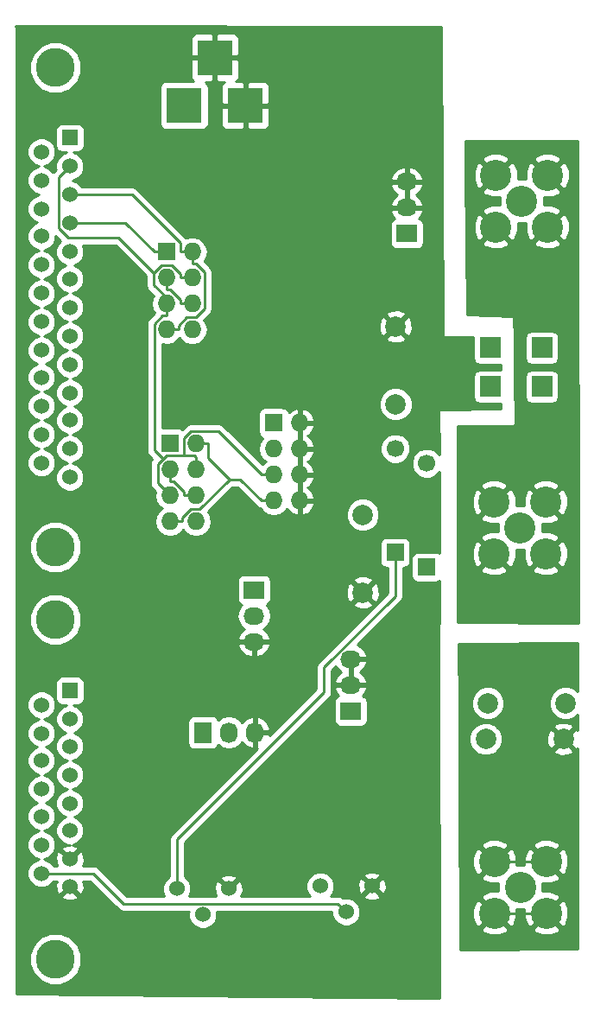
<source format=gbr>
G04 #@! TF.FileFunction,Copper,L2,Bot,Signal*
%FSLAX46Y46*%
G04 Gerber Fmt 4.6, Leading zero omitted, Abs format (unit mm)*
G04 Created by KiCad (PCBNEW 4.0.1-3.201512221401+6198~38~ubuntu15.10.1-stable) date Sat 12 Nov 2016 04:44:46 AM PST*
%MOMM*%
G01*
G04 APERTURE LIST*
%ADD10C,0.100000*%
%ADD11R,3.500120X3.500120*%
%ADD12C,1.699260*%
%ADD13R,1.699260X1.699260*%
%ADD14C,3.810000*%
%ADD15R,1.524000X1.524000*%
%ADD16C,1.524000*%
%ADD17C,3.048000*%
%ADD18R,2.032000X1.727200*%
%ADD19O,2.032000X1.727200*%
%ADD20R,1.727200X2.032000*%
%ADD21O,1.727200X2.032000*%
%ADD22R,1.727200X1.727200*%
%ADD23O,1.727200X1.727200*%
%ADD24C,1.998980*%
%ADD25R,1.998980X1.998980*%
%ADD26C,0.600000*%
%ADD27C,0.250000*%
%ADD28C,0.254000*%
G04 APERTURE END LIST*
D10*
D11*
X112479860Y-86695000D03*
X118479340Y-86695000D03*
X115479600Y-81996000D03*
D12*
X136250460Y-121755480D03*
D13*
X136250460Y-131915480D03*
D12*
X133165460Y-120315480D03*
D13*
X133165460Y-130475480D03*
D14*
X99873000Y-170306000D03*
X99873000Y-137032000D03*
D15*
X101270000Y-144017000D03*
D16*
X101270000Y-146811000D03*
X101270000Y-149478000D03*
X101270000Y-152272000D03*
X101270000Y-155066000D03*
X101270000Y-157733000D03*
X101270000Y-160527000D03*
X101270000Y-163194000D03*
X98476000Y-145414000D03*
X98476000Y-148208000D03*
X98476000Y-150875000D03*
X98476000Y-153669000D03*
X98476000Y-156336000D03*
X98476000Y-159130000D03*
X98476000Y-161924000D03*
D14*
X99873000Y-129972000D03*
X99873000Y-82982000D03*
D15*
X101270000Y-89840000D03*
D16*
X101270000Y-92634000D03*
X101270000Y-95428000D03*
X101270000Y-98222000D03*
X101270000Y-101016000D03*
X101270000Y-103683000D03*
X101270000Y-106477000D03*
X101270000Y-109271000D03*
X101270000Y-112065000D03*
X101270000Y-114859000D03*
X101270000Y-117526000D03*
X101270000Y-120320000D03*
X101270000Y-123114000D03*
X98476000Y-91237000D03*
X98476000Y-94031000D03*
X98476000Y-96825000D03*
X98476000Y-99492000D03*
X98476000Y-102286000D03*
X98476000Y-105080000D03*
X98476000Y-107874000D03*
X98476000Y-110668000D03*
X98476000Y-113335000D03*
X98476000Y-116129000D03*
X98476000Y-118923000D03*
X98476000Y-121717000D03*
D17*
X145570000Y-96060000D03*
X148110000Y-93520000D03*
X148110000Y-98600000D03*
X143030000Y-98600000D03*
X143030000Y-93520000D03*
X145410000Y-128070000D03*
X147950000Y-125530000D03*
X147950000Y-130610000D03*
X142870000Y-130610000D03*
X142870000Y-125530000D03*
X145455000Y-163290000D03*
X147995000Y-160750000D03*
X147995000Y-165830000D03*
X142915000Y-165830000D03*
X142915000Y-160750000D03*
D18*
X119325000Y-134160000D03*
D19*
X119325000Y-136700000D03*
X119325000Y-139240000D03*
D20*
X114325000Y-148115000D03*
D21*
X116865000Y-148115000D03*
X119405000Y-148115000D03*
D18*
X128810000Y-146020000D03*
D19*
X128810000Y-143480000D03*
X128810000Y-140940000D03*
D18*
X134325000Y-99240000D03*
D19*
X134325000Y-96700000D03*
X134325000Y-94160000D03*
D22*
X111105000Y-119815000D03*
D23*
X113645000Y-119815000D03*
X111105000Y-122355000D03*
X113645000Y-122355000D03*
X111105000Y-124895000D03*
X113645000Y-124895000D03*
X111105000Y-127435000D03*
X113645000Y-127435000D03*
D22*
X110725000Y-101030000D03*
D23*
X113265000Y-101030000D03*
X110725000Y-103570000D03*
X113265000Y-103570000D03*
X110725000Y-106110000D03*
X113265000Y-106110000D03*
X110725000Y-108650000D03*
X113265000Y-108650000D03*
D22*
X121260000Y-117785000D03*
D23*
X123800000Y-117785000D03*
X121260000Y-120325000D03*
X123800000Y-120325000D03*
X121260000Y-122865000D03*
X123800000Y-122865000D03*
X121260000Y-125405000D03*
X123800000Y-125405000D03*
D24*
X129995000Y-126785000D03*
X129995000Y-134405000D03*
X133215000Y-115960000D03*
X133215000Y-108340000D03*
X142250000Y-145255000D03*
X149870000Y-145255000D03*
X142055000Y-148760000D03*
X149675000Y-148760000D03*
D16*
X128365000Y-165710000D03*
X130905000Y-163170000D03*
X125825000Y-163170000D03*
X114305000Y-165975000D03*
X116845000Y-163435000D03*
X111765000Y-163435000D03*
D25*
X147555000Y-110435000D03*
X147555000Y-114245000D03*
X142475000Y-110435000D03*
X142475000Y-114245000D03*
D26*
X136585000Y-104240000D03*
X128400000Y-115605000D03*
X120040000Y-129595000D03*
X123815000Y-133130000D03*
X107665000Y-82155000D03*
X116460000Y-94690000D03*
X127750000Y-91935000D03*
X128195000Y-104265000D03*
X112940000Y-139715000D03*
X108155000Y-139715000D03*
X105990000Y-143100000D03*
X124590000Y-143370000D03*
X133180000Y-148035000D03*
X104495000Y-153360000D03*
X121225000Y-153825000D03*
X106180000Y-157295000D03*
X114345900Y-135606700D03*
D27*
X103562300Y-161924000D02*
X98476000Y-161924000D01*
X106519800Y-164881500D02*
X103562300Y-161924000D01*
X127536500Y-164881500D02*
X106519800Y-164881500D01*
X128365000Y-165710000D02*
X127536500Y-164881500D01*
X133165500Y-134742200D02*
X133165500Y-130475500D01*
X126192800Y-141714900D02*
X133165500Y-134742200D01*
X126192800Y-144152400D02*
X126192800Y-141714900D01*
X111765000Y-158580200D02*
X126192800Y-144152400D01*
X111765000Y-163435000D02*
X111765000Y-158580200D01*
X111476500Y-123543900D02*
X111105000Y-123543900D01*
X112456100Y-124523500D02*
X111476500Y-123543900D01*
X112456100Y-124895000D02*
X112456100Y-124523500D01*
X113645000Y-124895000D02*
X112456100Y-124895000D01*
X111105000Y-122355000D02*
X111105000Y-123543900D01*
X111096500Y-104758900D02*
X110725000Y-104758900D01*
X112076100Y-105738500D02*
X111096500Y-104758900D01*
X112076100Y-106110000D02*
X112076100Y-105738500D01*
X113265000Y-106110000D02*
X112076100Y-106110000D01*
X110725000Y-103570000D02*
X110725000Y-104758900D01*
X121260000Y-122865000D02*
X120071100Y-122865000D01*
X113645000Y-122355000D02*
X113645000Y-121166100D01*
X112456100Y-119316300D02*
X112456100Y-121004000D01*
X113168600Y-118603800D02*
X112456100Y-119316300D01*
X115809900Y-118603800D02*
X113168600Y-118603800D01*
X120071100Y-122865000D02*
X115809900Y-118603800D01*
X113482900Y-121004000D02*
X113645000Y-121166100D01*
X112456100Y-121004000D02*
X113482900Y-121004000D01*
X110353400Y-107298900D02*
X110725000Y-107298900D01*
X109536100Y-108116200D02*
X110353400Y-107298900D01*
X109536100Y-120437800D02*
X109536100Y-108116200D01*
X110420300Y-121322000D02*
X109536100Y-120437800D01*
X109881400Y-121860900D02*
X110420300Y-121322000D01*
X109881400Y-123671400D02*
X109881400Y-121860900D01*
X111105000Y-124895000D02*
X109881400Y-123671400D01*
X110738300Y-121004000D02*
X112456100Y-121004000D01*
X110420300Y-121322000D02*
X110738300Y-121004000D01*
X110725000Y-106110000D02*
X110725000Y-107298900D01*
X110725000Y-106110000D02*
X110725000Y-105521400D01*
X113265000Y-103570000D02*
X112076100Y-103570000D01*
X100163900Y-93740100D02*
X101270000Y-92634000D01*
X100163900Y-98699600D02*
X100163900Y-93740100D01*
X101074300Y-99610000D02*
X100163900Y-98699600D01*
X106041600Y-99610000D02*
X101074300Y-99610000D01*
X109515200Y-103083600D02*
X106041600Y-99610000D01*
X110224100Y-102374700D02*
X109515200Y-103083600D01*
X111252300Y-102374700D02*
X110224100Y-102374700D01*
X112076100Y-103198500D02*
X111252300Y-102374700D01*
X112076100Y-103570000D02*
X112076100Y-103198500D01*
X109515200Y-104311600D02*
X110725000Y-105521400D01*
X109515200Y-103083600D02*
X109515200Y-104311600D01*
X121260000Y-125405000D02*
X120071100Y-125405000D01*
X113645000Y-119815000D02*
X114833900Y-119815000D01*
X112076100Y-100138300D02*
X112076100Y-101030000D01*
X107365800Y-95428000D02*
X112076100Y-100138300D01*
X101270000Y-95428000D02*
X107365800Y-95428000D01*
X112676500Y-101030000D02*
X112076100Y-101030000D01*
X112676500Y-101030000D02*
X113265000Y-101030000D01*
X111913900Y-108278400D02*
X111913900Y-108650000D01*
X112731200Y-107461100D02*
X111913900Y-108278400D01*
X113617900Y-107461100D02*
X112731200Y-107461100D01*
X114455700Y-106623300D02*
X113617900Y-107461100D01*
X114455700Y-103038100D02*
X114455700Y-106623300D01*
X113636500Y-102218900D02*
X114455700Y-103038100D01*
X113265000Y-102218900D02*
X113636500Y-102218900D01*
X113265000Y-101030000D02*
X113265000Y-102218900D01*
X110725000Y-108650000D02*
X111913900Y-108650000D01*
X111105000Y-127435000D02*
X112293900Y-127435000D01*
X117988700Y-123322600D02*
X120071100Y-125405000D01*
X116906100Y-123322600D02*
X117988700Y-123322600D01*
X114833900Y-121250400D02*
X116906100Y-123322600D01*
X114833900Y-119815000D02*
X114833900Y-121250400D01*
X112293900Y-127063400D02*
X112293900Y-127435000D01*
X113111200Y-126246100D02*
X112293900Y-127063400D01*
X113982600Y-126246100D02*
X113111200Y-126246100D01*
X116906100Y-123322600D02*
X113982600Y-126246100D01*
X106728100Y-98222000D02*
X101270000Y-98222000D01*
X109536100Y-101030000D02*
X106728100Y-98222000D01*
X110725000Y-101030000D02*
X109536100Y-101030000D01*
X142915000Y-165830000D02*
X147995000Y-165830000D01*
X142915000Y-160750000D02*
X147995000Y-160750000D01*
D28*
G36*
X151172595Y-137416787D02*
X139297226Y-137304201D01*
X139306497Y-132141307D01*
X141518298Y-132141307D01*
X141681011Y-132462568D01*
X142480464Y-132776556D01*
X143339221Y-132760706D01*
X144058989Y-132462568D01*
X144221702Y-132141307D01*
X146598298Y-132141307D01*
X146761011Y-132462568D01*
X147560464Y-132776556D01*
X148419221Y-132760706D01*
X149138989Y-132462568D01*
X149301702Y-132141307D01*
X147950000Y-130789605D01*
X146598298Y-132141307D01*
X144221702Y-132141307D01*
X142870000Y-130789605D01*
X141518298Y-132141307D01*
X139306497Y-132141307D01*
X139309947Y-130220464D01*
X140703444Y-130220464D01*
X140719294Y-131079221D01*
X141017432Y-131798989D01*
X141338693Y-131961702D01*
X142690395Y-130610000D01*
X141338693Y-129258298D01*
X141017432Y-129421011D01*
X140703444Y-130220464D01*
X139309947Y-130220464D01*
X139315619Y-127061307D01*
X141518298Y-127061307D01*
X141681011Y-127382568D01*
X142480464Y-127696556D01*
X143251338Y-127682328D01*
X143250673Y-128443608D01*
X142400779Y-128459294D01*
X141681011Y-128757432D01*
X141518298Y-129078693D01*
X142870000Y-130430395D01*
X142884143Y-130416253D01*
X143063748Y-130595858D01*
X143049605Y-130610000D01*
X144401307Y-131961702D01*
X144722568Y-131798989D01*
X145036556Y-130999536D01*
X145022328Y-130228662D01*
X145783608Y-130229327D01*
X145799294Y-131079221D01*
X146097432Y-131798989D01*
X146418693Y-131961702D01*
X147770395Y-130610000D01*
X148129605Y-130610000D01*
X149481307Y-131961702D01*
X149802568Y-131798989D01*
X150116556Y-130999536D01*
X150100706Y-130140779D01*
X149802568Y-129421011D01*
X149481307Y-129258298D01*
X148129605Y-130610000D01*
X147770395Y-130610000D01*
X147756253Y-130595858D01*
X147935858Y-130416253D01*
X147950000Y-130430395D01*
X149301702Y-129078693D01*
X149138989Y-128757432D01*
X148339536Y-128443444D01*
X147568662Y-128457672D01*
X147569327Y-127696392D01*
X148419221Y-127680706D01*
X149138989Y-127382568D01*
X149301702Y-127061307D01*
X147950000Y-125709605D01*
X147935858Y-125723748D01*
X147756253Y-125544143D01*
X147770395Y-125530000D01*
X148129605Y-125530000D01*
X149481307Y-126881702D01*
X149802568Y-126718989D01*
X150116556Y-125919536D01*
X150100706Y-125060779D01*
X149802568Y-124341011D01*
X149481307Y-124178298D01*
X148129605Y-125530000D01*
X147770395Y-125530000D01*
X146418693Y-124178298D01*
X146097432Y-124341011D01*
X145783444Y-125140464D01*
X145797672Y-125911338D01*
X145036392Y-125910673D01*
X145020706Y-125060779D01*
X144722568Y-124341011D01*
X144401307Y-124178298D01*
X143049605Y-125530000D01*
X143063748Y-125544143D01*
X142884143Y-125723748D01*
X142870000Y-125709605D01*
X141518298Y-127061307D01*
X139315619Y-127061307D01*
X139319069Y-125140464D01*
X140703444Y-125140464D01*
X140719294Y-125999221D01*
X141017432Y-126718989D01*
X141338693Y-126881702D01*
X142690395Y-125530000D01*
X141338693Y-124178298D01*
X141017432Y-124341011D01*
X140703444Y-125140464D01*
X139319069Y-125140464D01*
X139321119Y-123998693D01*
X141518298Y-123998693D01*
X142870000Y-125350395D01*
X144221702Y-123998693D01*
X146598298Y-123998693D01*
X147950000Y-125350395D01*
X149301702Y-123998693D01*
X149138989Y-123677432D01*
X148339536Y-123363444D01*
X147480779Y-123379294D01*
X146761011Y-123677432D01*
X146598298Y-123998693D01*
X144221702Y-123998693D01*
X144058989Y-123677432D01*
X143259536Y-123363444D01*
X142400779Y-123379294D01*
X141681011Y-123677432D01*
X141518298Y-123998693D01*
X139321119Y-123998693D01*
X139331773Y-118066887D01*
X144815113Y-118062000D01*
X144864514Y-118051950D01*
X144906113Y-118023472D01*
X144933356Y-117981054D01*
X144941992Y-117933541D01*
X144888133Y-113245510D01*
X145908070Y-113245510D01*
X145908070Y-115244490D01*
X145952348Y-115479807D01*
X146091420Y-115695931D01*
X146303620Y-115840921D01*
X146555510Y-115891930D01*
X148554490Y-115891930D01*
X148789807Y-115847652D01*
X149005931Y-115708580D01*
X149150921Y-115496380D01*
X149201930Y-115244490D01*
X149201930Y-113245510D01*
X149157652Y-113010193D01*
X149018580Y-112794069D01*
X148806380Y-112649079D01*
X148554490Y-112598070D01*
X146555510Y-112598070D01*
X146320193Y-112642348D01*
X146104069Y-112781420D01*
X145959079Y-112993620D01*
X145908070Y-113245510D01*
X144888133Y-113245510D01*
X144844361Y-109435510D01*
X145908070Y-109435510D01*
X145908070Y-111434490D01*
X145952348Y-111669807D01*
X146091420Y-111885931D01*
X146303620Y-112030921D01*
X146555510Y-112081930D01*
X148554490Y-112081930D01*
X148789807Y-112037652D01*
X149005931Y-111898580D01*
X149150921Y-111686380D01*
X149201930Y-111434490D01*
X149201930Y-109435510D01*
X149157652Y-109200193D01*
X149018580Y-108984069D01*
X148806380Y-108839079D01*
X148554490Y-108788070D01*
X146555510Y-108788070D01*
X146320193Y-108832348D01*
X146104069Y-108971420D01*
X145959079Y-109183620D01*
X145908070Y-109435510D01*
X144844361Y-109435510D01*
X144821992Y-107488541D01*
X144811419Y-107439249D01*
X144782502Y-107397954D01*
X144739797Y-107371163D01*
X144701377Y-107363160D01*
X140245331Y-107139140D01*
X140147820Y-100131307D01*
X141678298Y-100131307D01*
X141841011Y-100452568D01*
X142640464Y-100766556D01*
X143499221Y-100750706D01*
X144218989Y-100452568D01*
X144381702Y-100131307D01*
X146758298Y-100131307D01*
X146921011Y-100452568D01*
X147720464Y-100766556D01*
X148579221Y-100750706D01*
X149298989Y-100452568D01*
X149461702Y-100131307D01*
X148110000Y-98779605D01*
X146758298Y-100131307D01*
X144381702Y-100131307D01*
X143030000Y-98779605D01*
X141678298Y-100131307D01*
X140147820Y-100131307D01*
X140121092Y-98210464D01*
X140863444Y-98210464D01*
X140879294Y-99069221D01*
X141177432Y-99788989D01*
X141498693Y-99951702D01*
X142850395Y-98600000D01*
X141498693Y-97248298D01*
X141177432Y-97411011D01*
X140863444Y-98210464D01*
X140121092Y-98210464D01*
X140077134Y-95051307D01*
X141678298Y-95051307D01*
X141841011Y-95372568D01*
X142640464Y-95686556D01*
X143411338Y-95672328D01*
X143410673Y-96433608D01*
X142560779Y-96449294D01*
X141841011Y-96747432D01*
X141678298Y-97068693D01*
X143030000Y-98420395D01*
X143044143Y-98406253D01*
X143223748Y-98585858D01*
X143209605Y-98600000D01*
X144561307Y-99951702D01*
X144882568Y-99788989D01*
X145196556Y-98989536D01*
X145182328Y-98218662D01*
X145943608Y-98219327D01*
X145959294Y-99069221D01*
X146257432Y-99788989D01*
X146578693Y-99951702D01*
X147930395Y-98600000D01*
X148289605Y-98600000D01*
X149641307Y-99951702D01*
X149962568Y-99788989D01*
X150276556Y-98989536D01*
X150260706Y-98130779D01*
X149962568Y-97411011D01*
X149641307Y-97248298D01*
X148289605Y-98600000D01*
X147930395Y-98600000D01*
X147916253Y-98585858D01*
X148095858Y-98406253D01*
X148110000Y-98420395D01*
X149461702Y-97068693D01*
X149298989Y-96747432D01*
X148499536Y-96433444D01*
X147728662Y-96447672D01*
X147729327Y-95686392D01*
X148579221Y-95670706D01*
X149298989Y-95372568D01*
X149461702Y-95051307D01*
X148110000Y-93699605D01*
X148095858Y-93713748D01*
X147916253Y-93534143D01*
X147930395Y-93520000D01*
X148289605Y-93520000D01*
X149641307Y-94871702D01*
X149962568Y-94708989D01*
X150276556Y-93909536D01*
X150260706Y-93050779D01*
X149962568Y-92331011D01*
X149641307Y-92168298D01*
X148289605Y-93520000D01*
X147930395Y-93520000D01*
X146578693Y-92168298D01*
X146257432Y-92331011D01*
X145943444Y-93130464D01*
X145957672Y-93901338D01*
X145196392Y-93900673D01*
X145180706Y-93050779D01*
X144882568Y-92331011D01*
X144561307Y-92168298D01*
X143209605Y-93520000D01*
X143223748Y-93534143D01*
X143044143Y-93713748D01*
X143030000Y-93699605D01*
X141678298Y-95051307D01*
X140077134Y-95051307D01*
X140050406Y-93130464D01*
X140863444Y-93130464D01*
X140879294Y-93989221D01*
X141177432Y-94708989D01*
X141498693Y-94871702D01*
X142850395Y-93520000D01*
X141498693Y-92168298D01*
X141177432Y-92331011D01*
X140863444Y-93130464D01*
X140050406Y-93130464D01*
X140034518Y-91988693D01*
X141678298Y-91988693D01*
X143030000Y-93340395D01*
X144381702Y-91988693D01*
X146758298Y-91988693D01*
X148110000Y-93340395D01*
X149461702Y-91988693D01*
X149298989Y-91667432D01*
X148499536Y-91353444D01*
X147640779Y-91369294D01*
X146921011Y-91667432D01*
X146758298Y-91988693D01*
X144381702Y-91988693D01*
X144218989Y-91667432D01*
X143419536Y-91353444D01*
X142560779Y-91369294D01*
X141841011Y-91667432D01*
X141678298Y-91988693D01*
X140034518Y-91988693D01*
X140022026Y-91090975D01*
X140048339Y-90196342D01*
X151023403Y-90137678D01*
X151172595Y-137416787D01*
X151172595Y-137416787D01*
G37*
X151172595Y-137416787D02*
X139297226Y-137304201D01*
X139306497Y-132141307D01*
X141518298Y-132141307D01*
X141681011Y-132462568D01*
X142480464Y-132776556D01*
X143339221Y-132760706D01*
X144058989Y-132462568D01*
X144221702Y-132141307D01*
X146598298Y-132141307D01*
X146761011Y-132462568D01*
X147560464Y-132776556D01*
X148419221Y-132760706D01*
X149138989Y-132462568D01*
X149301702Y-132141307D01*
X147950000Y-130789605D01*
X146598298Y-132141307D01*
X144221702Y-132141307D01*
X142870000Y-130789605D01*
X141518298Y-132141307D01*
X139306497Y-132141307D01*
X139309947Y-130220464D01*
X140703444Y-130220464D01*
X140719294Y-131079221D01*
X141017432Y-131798989D01*
X141338693Y-131961702D01*
X142690395Y-130610000D01*
X141338693Y-129258298D01*
X141017432Y-129421011D01*
X140703444Y-130220464D01*
X139309947Y-130220464D01*
X139315619Y-127061307D01*
X141518298Y-127061307D01*
X141681011Y-127382568D01*
X142480464Y-127696556D01*
X143251338Y-127682328D01*
X143250673Y-128443608D01*
X142400779Y-128459294D01*
X141681011Y-128757432D01*
X141518298Y-129078693D01*
X142870000Y-130430395D01*
X142884143Y-130416253D01*
X143063748Y-130595858D01*
X143049605Y-130610000D01*
X144401307Y-131961702D01*
X144722568Y-131798989D01*
X145036556Y-130999536D01*
X145022328Y-130228662D01*
X145783608Y-130229327D01*
X145799294Y-131079221D01*
X146097432Y-131798989D01*
X146418693Y-131961702D01*
X147770395Y-130610000D01*
X148129605Y-130610000D01*
X149481307Y-131961702D01*
X149802568Y-131798989D01*
X150116556Y-130999536D01*
X150100706Y-130140779D01*
X149802568Y-129421011D01*
X149481307Y-129258298D01*
X148129605Y-130610000D01*
X147770395Y-130610000D01*
X147756253Y-130595858D01*
X147935858Y-130416253D01*
X147950000Y-130430395D01*
X149301702Y-129078693D01*
X149138989Y-128757432D01*
X148339536Y-128443444D01*
X147568662Y-128457672D01*
X147569327Y-127696392D01*
X148419221Y-127680706D01*
X149138989Y-127382568D01*
X149301702Y-127061307D01*
X147950000Y-125709605D01*
X147935858Y-125723748D01*
X147756253Y-125544143D01*
X147770395Y-125530000D01*
X148129605Y-125530000D01*
X149481307Y-126881702D01*
X149802568Y-126718989D01*
X150116556Y-125919536D01*
X150100706Y-125060779D01*
X149802568Y-124341011D01*
X149481307Y-124178298D01*
X148129605Y-125530000D01*
X147770395Y-125530000D01*
X146418693Y-124178298D01*
X146097432Y-124341011D01*
X145783444Y-125140464D01*
X145797672Y-125911338D01*
X145036392Y-125910673D01*
X145020706Y-125060779D01*
X144722568Y-124341011D01*
X144401307Y-124178298D01*
X143049605Y-125530000D01*
X143063748Y-125544143D01*
X142884143Y-125723748D01*
X142870000Y-125709605D01*
X141518298Y-127061307D01*
X139315619Y-127061307D01*
X139319069Y-125140464D01*
X140703444Y-125140464D01*
X140719294Y-125999221D01*
X141017432Y-126718989D01*
X141338693Y-126881702D01*
X142690395Y-125530000D01*
X141338693Y-124178298D01*
X141017432Y-124341011D01*
X140703444Y-125140464D01*
X139319069Y-125140464D01*
X139321119Y-123998693D01*
X141518298Y-123998693D01*
X142870000Y-125350395D01*
X144221702Y-123998693D01*
X146598298Y-123998693D01*
X147950000Y-125350395D01*
X149301702Y-123998693D01*
X149138989Y-123677432D01*
X148339536Y-123363444D01*
X147480779Y-123379294D01*
X146761011Y-123677432D01*
X146598298Y-123998693D01*
X144221702Y-123998693D01*
X144058989Y-123677432D01*
X143259536Y-123363444D01*
X142400779Y-123379294D01*
X141681011Y-123677432D01*
X141518298Y-123998693D01*
X139321119Y-123998693D01*
X139331773Y-118066887D01*
X144815113Y-118062000D01*
X144864514Y-118051950D01*
X144906113Y-118023472D01*
X144933356Y-117981054D01*
X144941992Y-117933541D01*
X144888133Y-113245510D01*
X145908070Y-113245510D01*
X145908070Y-115244490D01*
X145952348Y-115479807D01*
X146091420Y-115695931D01*
X146303620Y-115840921D01*
X146555510Y-115891930D01*
X148554490Y-115891930D01*
X148789807Y-115847652D01*
X149005931Y-115708580D01*
X149150921Y-115496380D01*
X149201930Y-115244490D01*
X149201930Y-113245510D01*
X149157652Y-113010193D01*
X149018580Y-112794069D01*
X148806380Y-112649079D01*
X148554490Y-112598070D01*
X146555510Y-112598070D01*
X146320193Y-112642348D01*
X146104069Y-112781420D01*
X145959079Y-112993620D01*
X145908070Y-113245510D01*
X144888133Y-113245510D01*
X144844361Y-109435510D01*
X145908070Y-109435510D01*
X145908070Y-111434490D01*
X145952348Y-111669807D01*
X146091420Y-111885931D01*
X146303620Y-112030921D01*
X146555510Y-112081930D01*
X148554490Y-112081930D01*
X148789807Y-112037652D01*
X149005931Y-111898580D01*
X149150921Y-111686380D01*
X149201930Y-111434490D01*
X149201930Y-109435510D01*
X149157652Y-109200193D01*
X149018580Y-108984069D01*
X148806380Y-108839079D01*
X148554490Y-108788070D01*
X146555510Y-108788070D01*
X146320193Y-108832348D01*
X146104069Y-108971420D01*
X145959079Y-109183620D01*
X145908070Y-109435510D01*
X144844361Y-109435510D01*
X144821992Y-107488541D01*
X144811419Y-107439249D01*
X144782502Y-107397954D01*
X144739797Y-107371163D01*
X144701377Y-107363160D01*
X140245331Y-107139140D01*
X140147820Y-100131307D01*
X141678298Y-100131307D01*
X141841011Y-100452568D01*
X142640464Y-100766556D01*
X143499221Y-100750706D01*
X144218989Y-100452568D01*
X144381702Y-100131307D01*
X146758298Y-100131307D01*
X146921011Y-100452568D01*
X147720464Y-100766556D01*
X148579221Y-100750706D01*
X149298989Y-100452568D01*
X149461702Y-100131307D01*
X148110000Y-98779605D01*
X146758298Y-100131307D01*
X144381702Y-100131307D01*
X143030000Y-98779605D01*
X141678298Y-100131307D01*
X140147820Y-100131307D01*
X140121092Y-98210464D01*
X140863444Y-98210464D01*
X140879294Y-99069221D01*
X141177432Y-99788989D01*
X141498693Y-99951702D01*
X142850395Y-98600000D01*
X141498693Y-97248298D01*
X141177432Y-97411011D01*
X140863444Y-98210464D01*
X140121092Y-98210464D01*
X140077134Y-95051307D01*
X141678298Y-95051307D01*
X141841011Y-95372568D01*
X142640464Y-95686556D01*
X143411338Y-95672328D01*
X143410673Y-96433608D01*
X142560779Y-96449294D01*
X141841011Y-96747432D01*
X141678298Y-97068693D01*
X143030000Y-98420395D01*
X143044143Y-98406253D01*
X143223748Y-98585858D01*
X143209605Y-98600000D01*
X144561307Y-99951702D01*
X144882568Y-99788989D01*
X145196556Y-98989536D01*
X145182328Y-98218662D01*
X145943608Y-98219327D01*
X145959294Y-99069221D01*
X146257432Y-99788989D01*
X146578693Y-99951702D01*
X147930395Y-98600000D01*
X148289605Y-98600000D01*
X149641307Y-99951702D01*
X149962568Y-99788989D01*
X150276556Y-98989536D01*
X150260706Y-98130779D01*
X149962568Y-97411011D01*
X149641307Y-97248298D01*
X148289605Y-98600000D01*
X147930395Y-98600000D01*
X147916253Y-98585858D01*
X148095858Y-98406253D01*
X148110000Y-98420395D01*
X149461702Y-97068693D01*
X149298989Y-96747432D01*
X148499536Y-96433444D01*
X147728662Y-96447672D01*
X147729327Y-95686392D01*
X148579221Y-95670706D01*
X149298989Y-95372568D01*
X149461702Y-95051307D01*
X148110000Y-93699605D01*
X148095858Y-93713748D01*
X147916253Y-93534143D01*
X147930395Y-93520000D01*
X148289605Y-93520000D01*
X149641307Y-94871702D01*
X149962568Y-94708989D01*
X150276556Y-93909536D01*
X150260706Y-93050779D01*
X149962568Y-92331011D01*
X149641307Y-92168298D01*
X148289605Y-93520000D01*
X147930395Y-93520000D01*
X146578693Y-92168298D01*
X146257432Y-92331011D01*
X145943444Y-93130464D01*
X145957672Y-93901338D01*
X145196392Y-93900673D01*
X145180706Y-93050779D01*
X144882568Y-92331011D01*
X144561307Y-92168298D01*
X143209605Y-93520000D01*
X143223748Y-93534143D01*
X143044143Y-93713748D01*
X143030000Y-93699605D01*
X141678298Y-95051307D01*
X140077134Y-95051307D01*
X140050406Y-93130464D01*
X140863444Y-93130464D01*
X140879294Y-93989221D01*
X141177432Y-94708989D01*
X141498693Y-94871702D01*
X142850395Y-93520000D01*
X141498693Y-92168298D01*
X141177432Y-92331011D01*
X140863444Y-93130464D01*
X140050406Y-93130464D01*
X140034518Y-91988693D01*
X141678298Y-91988693D01*
X143030000Y-93340395D01*
X144381702Y-91988693D01*
X146758298Y-91988693D01*
X148110000Y-93340395D01*
X149461702Y-91988693D01*
X149298989Y-91667432D01*
X148499536Y-91353444D01*
X147640779Y-91369294D01*
X146921011Y-91667432D01*
X146758298Y-91988693D01*
X144381702Y-91988693D01*
X144218989Y-91667432D01*
X143419536Y-91353444D01*
X142560779Y-91369294D01*
X141841011Y-91667432D01*
X141678298Y-91988693D01*
X140034518Y-91988693D01*
X140022026Y-91090975D01*
X140048339Y-90196342D01*
X151023403Y-90137678D01*
X151172595Y-137416787D01*
G36*
X137648976Y-79016640D02*
X137883004Y-109280982D01*
X137893391Y-109330313D01*
X137922153Y-109371717D01*
X137964757Y-109398668D01*
X138009774Y-109407000D01*
X140832828Y-109412014D01*
X140828070Y-109435510D01*
X140828070Y-111434490D01*
X140872348Y-111669807D01*
X141011420Y-111885931D01*
X141223620Y-112030921D01*
X141475510Y-112081930D01*
X143474490Y-112081930D01*
X143513000Y-112074684D01*
X143513000Y-112605868D01*
X143474490Y-112598070D01*
X141475510Y-112598070D01*
X141240193Y-112642348D01*
X141024069Y-112781420D01*
X140879079Y-112993620D01*
X140828070Y-113245510D01*
X140828070Y-115244490D01*
X140872348Y-115479807D01*
X141011420Y-115695931D01*
X141223620Y-115840921D01*
X141475510Y-115891930D01*
X143474490Y-115891930D01*
X143513000Y-115884684D01*
X143513000Y-116433941D01*
X137584056Y-116478004D01*
X137534722Y-116488376D01*
X137493310Y-116517126D01*
X137466346Y-116559721D01*
X137458001Y-116605475D01*
X137473975Y-120879714D01*
X137092534Y-120497606D01*
X136547067Y-120271108D01*
X135956444Y-120270592D01*
X135410583Y-120496138D01*
X134992586Y-120913406D01*
X134766088Y-121458873D01*
X134765572Y-122049496D01*
X134991118Y-122595357D01*
X135408386Y-123013354D01*
X135953853Y-123239852D01*
X136544476Y-123240368D01*
X137090337Y-123014822D01*
X137480499Y-122625340D01*
X137510219Y-130577539D01*
X137351980Y-130469419D01*
X137100090Y-130418410D01*
X135400830Y-130418410D01*
X135165513Y-130462688D01*
X134949389Y-130601760D01*
X134804399Y-130813960D01*
X134753390Y-131065850D01*
X134753390Y-132765110D01*
X134797668Y-133000427D01*
X134936740Y-133216551D01*
X135148940Y-133361541D01*
X135400830Y-133412550D01*
X137100090Y-133412550D01*
X137335407Y-133368272D01*
X137520205Y-133249358D01*
X137527993Y-135333283D01*
X137393059Y-139746118D01*
X137393001Y-139750441D01*
X137512554Y-174171619D01*
X96012000Y-173724361D01*
X96012000Y-170809021D01*
X97332560Y-170809021D01*
X97718437Y-171742915D01*
X98432327Y-172458052D01*
X99365546Y-172845559D01*
X100376021Y-172846440D01*
X101309915Y-172460563D01*
X102025052Y-171746673D01*
X102412559Y-170813454D01*
X102413440Y-169802979D01*
X102027563Y-168869085D01*
X101313673Y-168153948D01*
X100380454Y-167766441D01*
X99369979Y-167765560D01*
X98436085Y-168151437D01*
X97720948Y-168865327D01*
X97333441Y-169798546D01*
X97332560Y-170809021D01*
X96012000Y-170809021D01*
X96012000Y-164174213D01*
X100469392Y-164174213D01*
X100538857Y-164416397D01*
X101062302Y-164603144D01*
X101617368Y-164575362D01*
X102001143Y-164416397D01*
X102070608Y-164174213D01*
X101270000Y-163373605D01*
X100469392Y-164174213D01*
X96012000Y-164174213D01*
X96012000Y-145690661D01*
X97078758Y-145690661D01*
X97290990Y-146204303D01*
X97683630Y-146597629D01*
X98196900Y-146810757D01*
X98199336Y-146810759D01*
X97685697Y-147022990D01*
X97292371Y-147415630D01*
X97079243Y-147928900D01*
X97078758Y-148484661D01*
X97290990Y-148998303D01*
X97683630Y-149391629D01*
X98044815Y-149541606D01*
X97685697Y-149689990D01*
X97292371Y-150082630D01*
X97079243Y-150595900D01*
X97078758Y-151151661D01*
X97290990Y-151665303D01*
X97683630Y-152058629D01*
X98196900Y-152271757D01*
X98199336Y-152271759D01*
X97685697Y-152483990D01*
X97292371Y-152876630D01*
X97079243Y-153389900D01*
X97078758Y-153945661D01*
X97290990Y-154459303D01*
X97683630Y-154852629D01*
X98044815Y-155002606D01*
X97685697Y-155150990D01*
X97292371Y-155543630D01*
X97079243Y-156056900D01*
X97078758Y-156612661D01*
X97290990Y-157126303D01*
X97683630Y-157519629D01*
X98196900Y-157732757D01*
X98199336Y-157732759D01*
X97685697Y-157944990D01*
X97292371Y-158337630D01*
X97079243Y-158850900D01*
X97078758Y-159406661D01*
X97290990Y-159920303D01*
X97683630Y-160313629D01*
X98196900Y-160526757D01*
X98199336Y-160526759D01*
X97685697Y-160738990D01*
X97292371Y-161131630D01*
X97079243Y-161644900D01*
X97078758Y-162200661D01*
X97290990Y-162714303D01*
X97683630Y-163107629D01*
X98196900Y-163320757D01*
X98752661Y-163321242D01*
X99266303Y-163109010D01*
X99659629Y-162716370D01*
X99673070Y-162684000D01*
X99968707Y-162684000D01*
X99860856Y-162986302D01*
X99888638Y-163541368D01*
X100047603Y-163925143D01*
X100289787Y-163994608D01*
X101090395Y-163194000D01*
X101076253Y-163179858D01*
X101255858Y-163000253D01*
X101270000Y-163014395D01*
X101284143Y-163000253D01*
X101463748Y-163179858D01*
X101449605Y-163194000D01*
X102250213Y-163994608D01*
X102492397Y-163925143D01*
X102679144Y-163401698D01*
X102651362Y-162846632D01*
X102583998Y-162684000D01*
X103247498Y-162684000D01*
X105982399Y-165418901D01*
X106228961Y-165583648D01*
X106519800Y-165641500D01*
X112930832Y-165641500D01*
X112908243Y-165695900D01*
X112907758Y-166251661D01*
X113119990Y-166765303D01*
X113512630Y-167158629D01*
X114025900Y-167371757D01*
X114581661Y-167372242D01*
X115095303Y-167160010D01*
X115488629Y-166767370D01*
X115701757Y-166254100D01*
X115702242Y-165698339D01*
X115678757Y-165641500D01*
X126968059Y-165641500D01*
X126967758Y-165986661D01*
X127179990Y-166500303D01*
X127572630Y-166893629D01*
X128085900Y-167106757D01*
X128641661Y-167107242D01*
X129155303Y-166895010D01*
X129548629Y-166502370D01*
X129761757Y-165989100D01*
X129762242Y-165433339D01*
X129550010Y-164919697D01*
X129157370Y-164526371D01*
X128644100Y-164313243D01*
X128088339Y-164312758D01*
X128050435Y-164328420D01*
X127827339Y-164179352D01*
X127680849Y-164150213D01*
X130104392Y-164150213D01*
X130173857Y-164392397D01*
X130697302Y-164579144D01*
X131252368Y-164551362D01*
X131636143Y-164392397D01*
X131705608Y-164150213D01*
X130905000Y-163349605D01*
X130104392Y-164150213D01*
X127680849Y-164150213D01*
X127536500Y-164121500D01*
X126849221Y-164121500D01*
X127008629Y-163962370D01*
X127221757Y-163449100D01*
X127222181Y-162962302D01*
X129495856Y-162962302D01*
X129523638Y-163517368D01*
X129682603Y-163901143D01*
X129924787Y-163970608D01*
X130725395Y-163170000D01*
X131084605Y-163170000D01*
X131885213Y-163970608D01*
X132127397Y-163901143D01*
X132314144Y-163377698D01*
X132286362Y-162822632D01*
X132127397Y-162438857D01*
X131885213Y-162369392D01*
X131084605Y-163170000D01*
X130725395Y-163170000D01*
X129924787Y-162369392D01*
X129682603Y-162438857D01*
X129495856Y-162962302D01*
X127222181Y-162962302D01*
X127222242Y-162893339D01*
X127010010Y-162379697D01*
X126820432Y-162189787D01*
X130104392Y-162189787D01*
X130905000Y-162990395D01*
X131705608Y-162189787D01*
X131636143Y-161947603D01*
X131112698Y-161760856D01*
X130557632Y-161788638D01*
X130173857Y-161947603D01*
X130104392Y-162189787D01*
X126820432Y-162189787D01*
X126617370Y-161986371D01*
X126104100Y-161773243D01*
X125548339Y-161772758D01*
X125034697Y-161984990D01*
X124641371Y-162377630D01*
X124428243Y-162890900D01*
X124427758Y-163446661D01*
X124639990Y-163960303D01*
X124800906Y-164121500D01*
X118083324Y-164121500D01*
X118254144Y-163642698D01*
X118226362Y-163087632D01*
X118067397Y-162703857D01*
X117825213Y-162634392D01*
X117024605Y-163435000D01*
X117038748Y-163449143D01*
X116859143Y-163628748D01*
X116845000Y-163614605D01*
X116830858Y-163628748D01*
X116651253Y-163449143D01*
X116665395Y-163435000D01*
X115864787Y-162634392D01*
X115622603Y-162703857D01*
X115435856Y-163227302D01*
X115463638Y-163782368D01*
X115604111Y-164121500D01*
X112992590Y-164121500D01*
X113161757Y-163714100D01*
X113162242Y-163158339D01*
X112950010Y-162644697D01*
X112760432Y-162454787D01*
X116044392Y-162454787D01*
X116845000Y-163255395D01*
X117645608Y-162454787D01*
X117576143Y-162212603D01*
X117052698Y-162025856D01*
X116497632Y-162053638D01*
X116113857Y-162212603D01*
X116044392Y-162454787D01*
X112760432Y-162454787D01*
X112557370Y-162251371D01*
X112525000Y-162237930D01*
X112525000Y-158895002D01*
X126263602Y-145156400D01*
X127146560Y-145156400D01*
X127146560Y-146883600D01*
X127190838Y-147118917D01*
X127329910Y-147335041D01*
X127542110Y-147480031D01*
X127794000Y-147531040D01*
X129826000Y-147531040D01*
X130061317Y-147486762D01*
X130277441Y-147347690D01*
X130422431Y-147135490D01*
X130473440Y-146883600D01*
X130473440Y-145156400D01*
X130429162Y-144921083D01*
X130290090Y-144704959D01*
X130077890Y-144559969D01*
X129983073Y-144540768D01*
X130160732Y-144382036D01*
X130414709Y-143854791D01*
X130417358Y-143839026D01*
X130296217Y-143607000D01*
X128937000Y-143607000D01*
X128937000Y-143627000D01*
X128683000Y-143627000D01*
X128683000Y-143607000D01*
X127323783Y-143607000D01*
X127202642Y-143839026D01*
X127205291Y-143854791D01*
X127459268Y-144382036D01*
X127634845Y-144538907D01*
X127558683Y-144553238D01*
X127342559Y-144692310D01*
X127197569Y-144904510D01*
X127146560Y-145156400D01*
X126263602Y-145156400D01*
X126730201Y-144689801D01*
X126894948Y-144443240D01*
X126937290Y-144230371D01*
X126952800Y-144152400D01*
X126952800Y-142029702D01*
X127355625Y-141626877D01*
X127459268Y-141842036D01*
X127871108Y-142210000D01*
X127459268Y-142577964D01*
X127205291Y-143105209D01*
X127202642Y-143120974D01*
X127323783Y-143353000D01*
X128683000Y-143353000D01*
X128683000Y-141067000D01*
X128937000Y-141067000D01*
X128937000Y-143353000D01*
X130296217Y-143353000D01*
X130417358Y-143120974D01*
X130414709Y-143105209D01*
X130160732Y-142577964D01*
X129748892Y-142210000D01*
X130160732Y-141842036D01*
X130414709Y-141314791D01*
X130417358Y-141299026D01*
X130296217Y-141067000D01*
X128937000Y-141067000D01*
X128683000Y-141067000D01*
X128663000Y-141067000D01*
X128663000Y-140813000D01*
X128683000Y-140813000D01*
X128683000Y-140793000D01*
X128937000Y-140793000D01*
X128937000Y-140813000D01*
X130296217Y-140813000D01*
X130417358Y-140580974D01*
X130414709Y-140565209D01*
X130160732Y-140037964D01*
X129724320Y-139648046D01*
X129435488Y-139547014D01*
X133702901Y-135279601D01*
X133867648Y-135033039D01*
X133925500Y-134742200D01*
X133925500Y-131972550D01*
X134015090Y-131972550D01*
X134250407Y-131928272D01*
X134466531Y-131789200D01*
X134611521Y-131577000D01*
X134662530Y-131325110D01*
X134662530Y-129625850D01*
X134618252Y-129390533D01*
X134479180Y-129174409D01*
X134266980Y-129029419D01*
X134015090Y-128978410D01*
X132315830Y-128978410D01*
X132080513Y-129022688D01*
X131864389Y-129161760D01*
X131719399Y-129373960D01*
X131668390Y-129625850D01*
X131668390Y-131325110D01*
X131712668Y-131560427D01*
X131851740Y-131776551D01*
X132063940Y-131921541D01*
X132315830Y-131972550D01*
X132405500Y-131972550D01*
X132405500Y-134427398D01*
X125655399Y-141177499D01*
X125490652Y-141424061D01*
X125432800Y-141714900D01*
X125432800Y-143837598D01*
X120853394Y-148417004D01*
X120745924Y-148242000D01*
X119532000Y-148242000D01*
X119532000Y-149601217D01*
X119622126Y-149648272D01*
X111227599Y-158042799D01*
X111062852Y-158289361D01*
X111005000Y-158580200D01*
X111005000Y-162237469D01*
X110974697Y-162249990D01*
X110581371Y-162642630D01*
X110368243Y-163155900D01*
X110367758Y-163711661D01*
X110537100Y-164121500D01*
X106834602Y-164121500D01*
X104099701Y-161386599D01*
X103853139Y-161221852D01*
X103562300Y-161164000D01*
X102525984Y-161164000D01*
X102679144Y-160734698D01*
X102651362Y-160179632D01*
X102492397Y-159795857D01*
X102250213Y-159726392D01*
X101449605Y-160527000D01*
X101463748Y-160541143D01*
X101284143Y-160720748D01*
X101270000Y-160706605D01*
X101255858Y-160720748D01*
X101076253Y-160541143D01*
X101090395Y-160527000D01*
X100289787Y-159726392D01*
X100047603Y-159795857D01*
X99860856Y-160319302D01*
X99888638Y-160874368D01*
X100008608Y-161164000D01*
X99673531Y-161164000D01*
X99661010Y-161133697D01*
X99268370Y-160740371D01*
X98755100Y-160527243D01*
X98752664Y-160527241D01*
X99266303Y-160315010D01*
X99659629Y-159922370D01*
X99872757Y-159409100D01*
X99873242Y-158853339D01*
X99661010Y-158339697D01*
X99268370Y-157946371D01*
X98755100Y-157733243D01*
X98752664Y-157733241D01*
X99266303Y-157521010D01*
X99659629Y-157128370D01*
X99872757Y-156615100D01*
X99873242Y-156059339D01*
X99661010Y-155545697D01*
X99268370Y-155152371D01*
X98907185Y-155002394D01*
X99266303Y-154854010D01*
X99659629Y-154461370D01*
X99872757Y-153948100D01*
X99873242Y-153392339D01*
X99661010Y-152878697D01*
X99268370Y-152485371D01*
X98755100Y-152272243D01*
X98752664Y-152272241D01*
X99266303Y-152060010D01*
X99659629Y-151667370D01*
X99872757Y-151154100D01*
X99873242Y-150598339D01*
X99661010Y-150084697D01*
X99268370Y-149691371D01*
X98907185Y-149541394D01*
X99266303Y-149393010D01*
X99659629Y-149000370D01*
X99872757Y-148487100D01*
X99873242Y-147931339D01*
X99661010Y-147417697D01*
X99268370Y-147024371D01*
X98755100Y-146811243D01*
X98752664Y-146811241D01*
X99266303Y-146599010D01*
X99659629Y-146206370D01*
X99872757Y-145693100D01*
X99873242Y-145137339D01*
X99661010Y-144623697D01*
X99268370Y-144230371D01*
X98755100Y-144017243D01*
X98199339Y-144016758D01*
X97685697Y-144228990D01*
X97292371Y-144621630D01*
X97079243Y-145134900D01*
X97078758Y-145690661D01*
X96012000Y-145690661D01*
X96012000Y-143255000D01*
X99860560Y-143255000D01*
X99860560Y-144779000D01*
X99904838Y-145014317D01*
X100043910Y-145230441D01*
X100256110Y-145375431D01*
X100508000Y-145426440D01*
X100962646Y-145426440D01*
X100479697Y-145625990D01*
X100086371Y-146018630D01*
X99873243Y-146531900D01*
X99872758Y-147087661D01*
X100084990Y-147601303D01*
X100477630Y-147994629D01*
X100838815Y-148144606D01*
X100479697Y-148292990D01*
X100086371Y-148685630D01*
X99873243Y-149198900D01*
X99872758Y-149754661D01*
X100084990Y-150268303D01*
X100477630Y-150661629D01*
X100990900Y-150874757D01*
X100993336Y-150874759D01*
X100479697Y-151086990D01*
X100086371Y-151479630D01*
X99873243Y-151992900D01*
X99872758Y-152548661D01*
X100084990Y-153062303D01*
X100477630Y-153455629D01*
X100990900Y-153668757D01*
X100993336Y-153668759D01*
X100479697Y-153880990D01*
X100086371Y-154273630D01*
X99873243Y-154786900D01*
X99872758Y-155342661D01*
X100084990Y-155856303D01*
X100477630Y-156249629D01*
X100838815Y-156399606D01*
X100479697Y-156547990D01*
X100086371Y-156940630D01*
X99873243Y-157453900D01*
X99872758Y-158009661D01*
X100084990Y-158523303D01*
X100477630Y-158916629D01*
X100990900Y-159129757D01*
X101235656Y-159129971D01*
X100922632Y-159145638D01*
X100538857Y-159304603D01*
X100469392Y-159546787D01*
X101270000Y-160347395D01*
X102070608Y-159546787D01*
X102001143Y-159304603D01*
X101512332Y-159130212D01*
X101546661Y-159130242D01*
X102060303Y-158918010D01*
X102453629Y-158525370D01*
X102666757Y-158012100D01*
X102667242Y-157456339D01*
X102455010Y-156942697D01*
X102062370Y-156549371D01*
X101701185Y-156399394D01*
X102060303Y-156251010D01*
X102453629Y-155858370D01*
X102666757Y-155345100D01*
X102667242Y-154789339D01*
X102455010Y-154275697D01*
X102062370Y-153882371D01*
X101549100Y-153669243D01*
X101546664Y-153669241D01*
X102060303Y-153457010D01*
X102453629Y-153064370D01*
X102666757Y-152551100D01*
X102667242Y-151995339D01*
X102455010Y-151481697D01*
X102062370Y-151088371D01*
X101549100Y-150875243D01*
X101546664Y-150875241D01*
X102060303Y-150663010D01*
X102453629Y-150270370D01*
X102666757Y-149757100D01*
X102667242Y-149201339D01*
X102455010Y-148687697D01*
X102062370Y-148294371D01*
X101701185Y-148144394D01*
X102060303Y-147996010D01*
X102453629Y-147603370D01*
X102663061Y-147099000D01*
X112813960Y-147099000D01*
X112813960Y-149131000D01*
X112858238Y-149366317D01*
X112997310Y-149582441D01*
X113209510Y-149727431D01*
X113461400Y-149778440D01*
X115188600Y-149778440D01*
X115423917Y-149734162D01*
X115640041Y-149595090D01*
X115785031Y-149382890D01*
X115793400Y-149341561D01*
X115805330Y-149359415D01*
X116291511Y-149684271D01*
X116865000Y-149798345D01*
X117438489Y-149684271D01*
X117924670Y-149359415D01*
X118131461Y-149049931D01*
X118502964Y-149465732D01*
X119030209Y-149719709D01*
X119045974Y-149722358D01*
X119278000Y-149601217D01*
X119278000Y-148242000D01*
X119258000Y-148242000D01*
X119258000Y-147988000D01*
X119278000Y-147988000D01*
X119278000Y-146628783D01*
X119532000Y-146628783D01*
X119532000Y-147988000D01*
X120745924Y-147988000D01*
X120890184Y-147753087D01*
X120696954Y-147200680D01*
X120307036Y-146764268D01*
X119779791Y-146510291D01*
X119764026Y-146507642D01*
X119532000Y-146628783D01*
X119278000Y-146628783D01*
X119045974Y-146507642D01*
X119030209Y-146510291D01*
X118502964Y-146764268D01*
X118131461Y-147180069D01*
X117924670Y-146870585D01*
X117438489Y-146545729D01*
X116865000Y-146431655D01*
X116291511Y-146545729D01*
X115805330Y-146870585D01*
X115795757Y-146884913D01*
X115791762Y-146863683D01*
X115652690Y-146647559D01*
X115440490Y-146502569D01*
X115188600Y-146451560D01*
X113461400Y-146451560D01*
X113226083Y-146495838D01*
X113009959Y-146634910D01*
X112864969Y-146847110D01*
X112813960Y-147099000D01*
X102663061Y-147099000D01*
X102666757Y-147090100D01*
X102667242Y-146534339D01*
X102455010Y-146020697D01*
X102062370Y-145627371D01*
X101578474Y-145426440D01*
X102032000Y-145426440D01*
X102267317Y-145382162D01*
X102483441Y-145243090D01*
X102628431Y-145030890D01*
X102679440Y-144779000D01*
X102679440Y-143255000D01*
X102635162Y-143019683D01*
X102496090Y-142803559D01*
X102283890Y-142658569D01*
X102032000Y-142607560D01*
X100508000Y-142607560D01*
X100272683Y-142651838D01*
X100056559Y-142790910D01*
X99911569Y-143003110D01*
X99860560Y-143255000D01*
X96012000Y-143255000D01*
X96012000Y-139599026D01*
X117717642Y-139599026D01*
X117720291Y-139614791D01*
X117974268Y-140142036D01*
X118410680Y-140531954D01*
X118963087Y-140725184D01*
X119198000Y-140580924D01*
X119198000Y-139367000D01*
X119452000Y-139367000D01*
X119452000Y-140580924D01*
X119686913Y-140725184D01*
X120239320Y-140531954D01*
X120675732Y-140142036D01*
X120929709Y-139614791D01*
X120932358Y-139599026D01*
X120811217Y-139367000D01*
X119452000Y-139367000D01*
X119198000Y-139367000D01*
X117838783Y-139367000D01*
X117717642Y-139599026D01*
X96012000Y-139599026D01*
X96012000Y-137535021D01*
X97332560Y-137535021D01*
X97718437Y-138468915D01*
X98432327Y-139184052D01*
X99365546Y-139571559D01*
X100376021Y-139572440D01*
X101309915Y-139186563D01*
X102025052Y-138472673D01*
X102412559Y-137539454D01*
X102413290Y-136700000D01*
X117641655Y-136700000D01*
X117755729Y-137273489D01*
X118080585Y-137759670D01*
X118390069Y-137966461D01*
X117974268Y-138337964D01*
X117720291Y-138865209D01*
X117717642Y-138880974D01*
X117838783Y-139113000D01*
X119198000Y-139113000D01*
X119198000Y-139093000D01*
X119452000Y-139093000D01*
X119452000Y-139113000D01*
X120811217Y-139113000D01*
X120932358Y-138880974D01*
X120929709Y-138865209D01*
X120675732Y-138337964D01*
X120259931Y-137966461D01*
X120569415Y-137759670D01*
X120894271Y-137273489D01*
X121008345Y-136700000D01*
X120894271Y-136126511D01*
X120569415Y-135640330D01*
X120555087Y-135630757D01*
X120576317Y-135626762D01*
X120684476Y-135557163D01*
X129022443Y-135557163D01*
X129121042Y-135823965D01*
X129730582Y-136050401D01*
X130380377Y-136026341D01*
X130868958Y-135823965D01*
X130967557Y-135557163D01*
X129995000Y-134584605D01*
X129022443Y-135557163D01*
X120684476Y-135557163D01*
X120792441Y-135487690D01*
X120937431Y-135275490D01*
X120988440Y-135023600D01*
X120988440Y-134140582D01*
X128349599Y-134140582D01*
X128373659Y-134790377D01*
X128576035Y-135278958D01*
X128842837Y-135377557D01*
X129815395Y-134405000D01*
X130174605Y-134405000D01*
X131147163Y-135377557D01*
X131413965Y-135278958D01*
X131640401Y-134669418D01*
X131616341Y-134019623D01*
X131413965Y-133531042D01*
X131147163Y-133432443D01*
X130174605Y-134405000D01*
X129815395Y-134405000D01*
X128842837Y-133432443D01*
X128576035Y-133531042D01*
X128349599Y-134140582D01*
X120988440Y-134140582D01*
X120988440Y-133296400D01*
X120980244Y-133252837D01*
X129022443Y-133252837D01*
X129995000Y-134225395D01*
X130967557Y-133252837D01*
X130868958Y-132986035D01*
X130259418Y-132759599D01*
X129609623Y-132783659D01*
X129121042Y-132986035D01*
X129022443Y-133252837D01*
X120980244Y-133252837D01*
X120944162Y-133061083D01*
X120805090Y-132844959D01*
X120592890Y-132699969D01*
X120341000Y-132648960D01*
X118309000Y-132648960D01*
X118073683Y-132693238D01*
X117857559Y-132832310D01*
X117712569Y-133044510D01*
X117661560Y-133296400D01*
X117661560Y-135023600D01*
X117705838Y-135258917D01*
X117844910Y-135475041D01*
X118057110Y-135620031D01*
X118098439Y-135628400D01*
X118080585Y-135640330D01*
X117755729Y-136126511D01*
X117641655Y-136700000D01*
X102413290Y-136700000D01*
X102413440Y-136528979D01*
X102027563Y-135595085D01*
X101313673Y-134879948D01*
X100380454Y-134492441D01*
X99369979Y-134491560D01*
X98436085Y-134877437D01*
X97720948Y-135591327D01*
X97333441Y-136524546D01*
X97332560Y-137535021D01*
X96012000Y-137535021D01*
X96012000Y-130475021D01*
X97332560Y-130475021D01*
X97718437Y-131408915D01*
X98432327Y-132124052D01*
X99365546Y-132511559D01*
X100376021Y-132512440D01*
X101309915Y-132126563D01*
X102025052Y-131412673D01*
X102412559Y-130479454D01*
X102413440Y-129468979D01*
X102027563Y-128535085D01*
X101313673Y-127819948D01*
X100380454Y-127432441D01*
X99369979Y-127431560D01*
X98436085Y-127817437D01*
X97720948Y-128531327D01*
X97333441Y-129464546D01*
X97332560Y-130475021D01*
X96012000Y-130475021D01*
X96012000Y-91513661D01*
X97078758Y-91513661D01*
X97290990Y-92027303D01*
X97683630Y-92420629D01*
X98196900Y-92633757D01*
X98199336Y-92633759D01*
X97685697Y-92845990D01*
X97292371Y-93238630D01*
X97079243Y-93751900D01*
X97078758Y-94307661D01*
X97290990Y-94821303D01*
X97683630Y-95214629D01*
X98196900Y-95427757D01*
X98199336Y-95427759D01*
X97685697Y-95639990D01*
X97292371Y-96032630D01*
X97079243Y-96545900D01*
X97078758Y-97101661D01*
X97290990Y-97615303D01*
X97683630Y-98008629D01*
X98044815Y-98158606D01*
X97685697Y-98306990D01*
X97292371Y-98699630D01*
X97079243Y-99212900D01*
X97078758Y-99768661D01*
X97290990Y-100282303D01*
X97683630Y-100675629D01*
X98196900Y-100888757D01*
X98199336Y-100888759D01*
X97685697Y-101100990D01*
X97292371Y-101493630D01*
X97079243Y-102006900D01*
X97078758Y-102562661D01*
X97290990Y-103076303D01*
X97683630Y-103469629D01*
X98196900Y-103682757D01*
X98199336Y-103682759D01*
X97685697Y-103894990D01*
X97292371Y-104287630D01*
X97079243Y-104800900D01*
X97078758Y-105356661D01*
X97290990Y-105870303D01*
X97683630Y-106263629D01*
X98196900Y-106476757D01*
X98199336Y-106476759D01*
X97685697Y-106688990D01*
X97292371Y-107081630D01*
X97079243Y-107594900D01*
X97078758Y-108150661D01*
X97290990Y-108664303D01*
X97683630Y-109057629D01*
X98196900Y-109270757D01*
X98199336Y-109270759D01*
X97685697Y-109482990D01*
X97292371Y-109875630D01*
X97079243Y-110388900D01*
X97078758Y-110944661D01*
X97290990Y-111458303D01*
X97683630Y-111851629D01*
X98044815Y-112001606D01*
X97685697Y-112149990D01*
X97292371Y-112542630D01*
X97079243Y-113055900D01*
X97078758Y-113611661D01*
X97290990Y-114125303D01*
X97683630Y-114518629D01*
X98196900Y-114731757D01*
X98199336Y-114731759D01*
X97685697Y-114943990D01*
X97292371Y-115336630D01*
X97079243Y-115849900D01*
X97078758Y-116405661D01*
X97290990Y-116919303D01*
X97683630Y-117312629D01*
X98196900Y-117525757D01*
X98199336Y-117525759D01*
X97685697Y-117737990D01*
X97292371Y-118130630D01*
X97079243Y-118643900D01*
X97078758Y-119199661D01*
X97290990Y-119713303D01*
X97683630Y-120106629D01*
X98196900Y-120319757D01*
X98199336Y-120319759D01*
X97685697Y-120531990D01*
X97292371Y-120924630D01*
X97079243Y-121437900D01*
X97078758Y-121993661D01*
X97290990Y-122507303D01*
X97683630Y-122900629D01*
X98196900Y-123113757D01*
X98752661Y-123114242D01*
X99266303Y-122902010D01*
X99659629Y-122509370D01*
X99872757Y-121996100D01*
X99873242Y-121440339D01*
X99661010Y-120926697D01*
X99268370Y-120533371D01*
X98755100Y-120320243D01*
X98752664Y-120320241D01*
X99266303Y-120108010D01*
X99659629Y-119715370D01*
X99872757Y-119202100D01*
X99873242Y-118646339D01*
X99661010Y-118132697D01*
X99268370Y-117739371D01*
X98755100Y-117526243D01*
X98752664Y-117526241D01*
X99266303Y-117314010D01*
X99659629Y-116921370D01*
X99872757Y-116408100D01*
X99873242Y-115852339D01*
X99661010Y-115338697D01*
X99268370Y-114945371D01*
X98755100Y-114732243D01*
X98752664Y-114732241D01*
X99266303Y-114520010D01*
X99659629Y-114127370D01*
X99872757Y-113614100D01*
X99873242Y-113058339D01*
X99661010Y-112544697D01*
X99268370Y-112151371D01*
X98907185Y-112001394D01*
X99266303Y-111853010D01*
X99659629Y-111460370D01*
X99872757Y-110947100D01*
X99873242Y-110391339D01*
X99661010Y-109877697D01*
X99268370Y-109484371D01*
X98755100Y-109271243D01*
X98752664Y-109271241D01*
X99266303Y-109059010D01*
X99659629Y-108666370D01*
X99872757Y-108153100D01*
X99873242Y-107597339D01*
X99661010Y-107083697D01*
X99268370Y-106690371D01*
X98755100Y-106477243D01*
X98752664Y-106477241D01*
X99266303Y-106265010D01*
X99659629Y-105872370D01*
X99872757Y-105359100D01*
X99873242Y-104803339D01*
X99661010Y-104289697D01*
X99268370Y-103896371D01*
X98755100Y-103683243D01*
X98752664Y-103683241D01*
X99266303Y-103471010D01*
X99659629Y-103078370D01*
X99872757Y-102565100D01*
X99873242Y-102009339D01*
X99661010Y-101495697D01*
X99268370Y-101102371D01*
X98755100Y-100889243D01*
X98752664Y-100889241D01*
X99266303Y-100677010D01*
X99659629Y-100284370D01*
X99872757Y-99771100D01*
X99873008Y-99483510D01*
X100349979Y-99960481D01*
X100086371Y-100223630D01*
X99873243Y-100736900D01*
X99872758Y-101292661D01*
X100084990Y-101806303D01*
X100477630Y-102199629D01*
X100838815Y-102349606D01*
X100479697Y-102497990D01*
X100086371Y-102890630D01*
X99873243Y-103403900D01*
X99872758Y-103959661D01*
X100084990Y-104473303D01*
X100477630Y-104866629D01*
X100990900Y-105079757D01*
X100993336Y-105079759D01*
X100479697Y-105291990D01*
X100086371Y-105684630D01*
X99873243Y-106197900D01*
X99872758Y-106753661D01*
X100084990Y-107267303D01*
X100477630Y-107660629D01*
X100990900Y-107873757D01*
X100993336Y-107873759D01*
X100479697Y-108085990D01*
X100086371Y-108478630D01*
X99873243Y-108991900D01*
X99872758Y-109547661D01*
X100084990Y-110061303D01*
X100477630Y-110454629D01*
X100990900Y-110667757D01*
X100993336Y-110667759D01*
X100479697Y-110879990D01*
X100086371Y-111272630D01*
X99873243Y-111785900D01*
X99872758Y-112341661D01*
X100084990Y-112855303D01*
X100477630Y-113248629D01*
X100990900Y-113461757D01*
X100993336Y-113461759D01*
X100479697Y-113673990D01*
X100086371Y-114066630D01*
X99873243Y-114579900D01*
X99872758Y-115135661D01*
X100084990Y-115649303D01*
X100477630Y-116042629D01*
X100838815Y-116192606D01*
X100479697Y-116340990D01*
X100086371Y-116733630D01*
X99873243Y-117246900D01*
X99872758Y-117802661D01*
X100084990Y-118316303D01*
X100477630Y-118709629D01*
X100990900Y-118922757D01*
X100993336Y-118922759D01*
X100479697Y-119134990D01*
X100086371Y-119527630D01*
X99873243Y-120040900D01*
X99872758Y-120596661D01*
X100084990Y-121110303D01*
X100477630Y-121503629D01*
X100990900Y-121716757D01*
X100993336Y-121716759D01*
X100479697Y-121928990D01*
X100086371Y-122321630D01*
X99873243Y-122834900D01*
X99872758Y-123390661D01*
X100084990Y-123904303D01*
X100477630Y-124297629D01*
X100990900Y-124510757D01*
X101546661Y-124511242D01*
X102060303Y-124299010D01*
X102453629Y-123906370D01*
X102666757Y-123393100D01*
X102667242Y-122837339D01*
X102455010Y-122323697D01*
X102062370Y-121930371D01*
X101549100Y-121717243D01*
X101546664Y-121717241D01*
X102060303Y-121505010D01*
X102453629Y-121112370D01*
X102666757Y-120599100D01*
X102667242Y-120043339D01*
X102455010Y-119529697D01*
X102062370Y-119136371D01*
X101549100Y-118923243D01*
X101546664Y-118923241D01*
X102060303Y-118711010D01*
X102453629Y-118318370D01*
X102666757Y-117805100D01*
X102667242Y-117249339D01*
X102455010Y-116735697D01*
X102062370Y-116342371D01*
X101701185Y-116192394D01*
X102060303Y-116044010D01*
X102453629Y-115651370D01*
X102666757Y-115138100D01*
X102667242Y-114582339D01*
X102455010Y-114068697D01*
X102062370Y-113675371D01*
X101549100Y-113462243D01*
X101546664Y-113462241D01*
X102060303Y-113250010D01*
X102453629Y-112857370D01*
X102666757Y-112344100D01*
X102667242Y-111788339D01*
X102455010Y-111274697D01*
X102062370Y-110881371D01*
X101549100Y-110668243D01*
X101546664Y-110668241D01*
X102060303Y-110456010D01*
X102453629Y-110063370D01*
X102666757Y-109550100D01*
X102667242Y-108994339D01*
X102455010Y-108480697D01*
X102062370Y-108087371D01*
X101549100Y-107874243D01*
X101546664Y-107874241D01*
X102060303Y-107662010D01*
X102453629Y-107269370D01*
X102666757Y-106756100D01*
X102667242Y-106200339D01*
X102455010Y-105686697D01*
X102062370Y-105293371D01*
X101549100Y-105080243D01*
X101546664Y-105080241D01*
X102060303Y-104868010D01*
X102453629Y-104475370D01*
X102666757Y-103962100D01*
X102667242Y-103406339D01*
X102455010Y-102892697D01*
X102062370Y-102499371D01*
X101701185Y-102349394D01*
X102060303Y-102201010D01*
X102453629Y-101808370D01*
X102666757Y-101295100D01*
X102667242Y-100739339D01*
X102514635Y-100370000D01*
X105726798Y-100370000D01*
X108755200Y-103398402D01*
X108755200Y-104311600D01*
X108813052Y-104602439D01*
X108977799Y-104849001D01*
X109452985Y-105324187D01*
X109311115Y-105536511D01*
X109197041Y-106110000D01*
X109311115Y-106683489D01*
X109544590Y-107032908D01*
X108998699Y-107578799D01*
X108833952Y-107825361D01*
X108776100Y-108116200D01*
X108776100Y-120437800D01*
X108833952Y-120728639D01*
X108998699Y-120975201D01*
X109345498Y-121322000D01*
X109343999Y-121323499D01*
X109179252Y-121570061D01*
X109121400Y-121860900D01*
X109121400Y-123671400D01*
X109179252Y-123962239D01*
X109343999Y-124208801D01*
X109652225Y-124517027D01*
X109577041Y-124895000D01*
X109691115Y-125468489D01*
X110015971Y-125954670D01*
X110330752Y-126165000D01*
X110015971Y-126375330D01*
X109691115Y-126861511D01*
X109577041Y-127435000D01*
X109691115Y-128008489D01*
X110015971Y-128494670D01*
X110502152Y-128819526D01*
X111075641Y-128933600D01*
X111134359Y-128933600D01*
X111707848Y-128819526D01*
X112194029Y-128494670D01*
X112375000Y-128223828D01*
X112555971Y-128494670D01*
X113042152Y-128819526D01*
X113615641Y-128933600D01*
X113674359Y-128933600D01*
X114247848Y-128819526D01*
X114734029Y-128494670D01*
X115058885Y-128008489D01*
X115172959Y-127435000D01*
X115108053Y-127108694D01*
X128360226Y-127108694D01*
X128608538Y-127709655D01*
X129067927Y-128169846D01*
X129668453Y-128419206D01*
X130318694Y-128419774D01*
X130919655Y-128171462D01*
X131379846Y-127712073D01*
X131629206Y-127111547D01*
X131629774Y-126461306D01*
X131381462Y-125860345D01*
X130922073Y-125400154D01*
X130321547Y-125150794D01*
X129671306Y-125150226D01*
X129070345Y-125398538D01*
X128610154Y-125857927D01*
X128360794Y-126458453D01*
X128360226Y-127108694D01*
X115108053Y-127108694D01*
X115058885Y-126861511D01*
X114811792Y-126491710D01*
X117220902Y-124082600D01*
X117673898Y-124082600D01*
X119533699Y-125942401D01*
X119780260Y-126107148D01*
X119955354Y-126141977D01*
X120170971Y-126464670D01*
X120657152Y-126789526D01*
X121230641Y-126903600D01*
X121289359Y-126903600D01*
X121862848Y-126789526D01*
X122349029Y-126464670D01*
X122529992Y-126193839D01*
X122911510Y-126611821D01*
X123440973Y-126859968D01*
X123673000Y-126739469D01*
X123673000Y-125532000D01*
X123927000Y-125532000D01*
X123927000Y-126739469D01*
X124159027Y-126859968D01*
X124688490Y-126611821D01*
X125082688Y-126179947D01*
X125254958Y-125764026D01*
X125133817Y-125532000D01*
X123927000Y-125532000D01*
X123673000Y-125532000D01*
X123653000Y-125532000D01*
X123653000Y-125278000D01*
X123673000Y-125278000D01*
X123673000Y-122992000D01*
X123927000Y-122992000D01*
X123927000Y-125278000D01*
X125133817Y-125278000D01*
X125254958Y-125045974D01*
X125082688Y-124630053D01*
X124688490Y-124198179D01*
X124553687Y-124135000D01*
X124688490Y-124071821D01*
X125082688Y-123639947D01*
X125254958Y-123224026D01*
X125133817Y-122992000D01*
X123927000Y-122992000D01*
X123673000Y-122992000D01*
X123653000Y-122992000D01*
X123653000Y-122738000D01*
X123673000Y-122738000D01*
X123673000Y-120452000D01*
X123927000Y-120452000D01*
X123927000Y-122738000D01*
X125133817Y-122738000D01*
X125254958Y-122505974D01*
X125082688Y-122090053D01*
X124688490Y-121658179D01*
X124553687Y-121595000D01*
X124688490Y-121531821D01*
X125082688Y-121099947D01*
X125254958Y-120684026D01*
X125216046Y-120609496D01*
X131680572Y-120609496D01*
X131906118Y-121155357D01*
X132323386Y-121573354D01*
X132868853Y-121799852D01*
X133459476Y-121800368D01*
X134005337Y-121574822D01*
X134423334Y-121157554D01*
X134649832Y-120612087D01*
X134650348Y-120021464D01*
X134424802Y-119475603D01*
X134007534Y-119057606D01*
X133462067Y-118831108D01*
X132871444Y-118830592D01*
X132325583Y-119056138D01*
X131907586Y-119473406D01*
X131681088Y-120018873D01*
X131680572Y-120609496D01*
X125216046Y-120609496D01*
X125133817Y-120452000D01*
X123927000Y-120452000D01*
X123673000Y-120452000D01*
X123653000Y-120452000D01*
X123653000Y-120198000D01*
X123673000Y-120198000D01*
X123673000Y-117912000D01*
X123927000Y-117912000D01*
X123927000Y-120198000D01*
X125133817Y-120198000D01*
X125254958Y-119965974D01*
X125082688Y-119550053D01*
X124688490Y-119118179D01*
X124553687Y-119055000D01*
X124688490Y-118991821D01*
X125082688Y-118559947D01*
X125254958Y-118144026D01*
X125133817Y-117912000D01*
X123927000Y-117912000D01*
X123673000Y-117912000D01*
X123653000Y-117912000D01*
X123653000Y-117658000D01*
X123673000Y-117658000D01*
X123673000Y-116450531D01*
X123927000Y-116450531D01*
X123927000Y-117658000D01*
X125133817Y-117658000D01*
X125254958Y-117425974D01*
X125082688Y-117010053D01*
X124688490Y-116578179D01*
X124159027Y-116330032D01*
X123927000Y-116450531D01*
X123673000Y-116450531D01*
X123440973Y-116330032D01*
X122911510Y-116578179D01*
X122741505Y-116764433D01*
X122726762Y-116686083D01*
X122587690Y-116469959D01*
X122375490Y-116324969D01*
X122171668Y-116283694D01*
X131580226Y-116283694D01*
X131828538Y-116884655D01*
X132287927Y-117344846D01*
X132888453Y-117594206D01*
X133538694Y-117594774D01*
X134139655Y-117346462D01*
X134599846Y-116887073D01*
X134849206Y-116286547D01*
X134849774Y-115636306D01*
X134601462Y-115035345D01*
X134142073Y-114575154D01*
X133541547Y-114325794D01*
X132891306Y-114325226D01*
X132290345Y-114573538D01*
X131830154Y-115032927D01*
X131580794Y-115633453D01*
X131580226Y-116283694D01*
X122171668Y-116283694D01*
X122123600Y-116273960D01*
X120396400Y-116273960D01*
X120161083Y-116318238D01*
X119944959Y-116457310D01*
X119799969Y-116669510D01*
X119748960Y-116921400D01*
X119748960Y-118648600D01*
X119793238Y-118883917D01*
X119932310Y-119100041D01*
X120144510Y-119245031D01*
X120188131Y-119253864D01*
X120170971Y-119265330D01*
X119846115Y-119751511D01*
X119732041Y-120325000D01*
X119846115Y-120898489D01*
X120170971Y-121384670D01*
X120485752Y-121595000D01*
X120170971Y-121805330D01*
X120137029Y-121856127D01*
X116347301Y-118066399D01*
X116100739Y-117901652D01*
X115809900Y-117843800D01*
X113168600Y-117843800D01*
X112877761Y-117901652D01*
X112631199Y-118066399D01*
X112293051Y-118404547D01*
X112220490Y-118354969D01*
X111968600Y-118303960D01*
X110296100Y-118303960D01*
X110296100Y-110069126D01*
X110695641Y-110148600D01*
X110754359Y-110148600D01*
X111327848Y-110034526D01*
X111814029Y-109709670D01*
X111995000Y-109438828D01*
X112175971Y-109709670D01*
X112662152Y-110034526D01*
X113235641Y-110148600D01*
X113294359Y-110148600D01*
X113867848Y-110034526D01*
X114354029Y-109709670D01*
X114499362Y-109492163D01*
X132242443Y-109492163D01*
X132341042Y-109758965D01*
X132950582Y-109985401D01*
X133600377Y-109961341D01*
X134088958Y-109758965D01*
X134187557Y-109492163D01*
X133215000Y-108519605D01*
X132242443Y-109492163D01*
X114499362Y-109492163D01*
X114678885Y-109223489D01*
X114792959Y-108650000D01*
X114678885Y-108076511D01*
X114678265Y-108075582D01*
X131569599Y-108075582D01*
X131593659Y-108725377D01*
X131796035Y-109213958D01*
X132062837Y-109312557D01*
X133035395Y-108340000D01*
X133394605Y-108340000D01*
X134367163Y-109312557D01*
X134633965Y-109213958D01*
X134860401Y-108604418D01*
X134836341Y-107954623D01*
X134633965Y-107466042D01*
X134367163Y-107367443D01*
X133394605Y-108340000D01*
X133035395Y-108340000D01*
X132062837Y-107367443D01*
X131796035Y-107466042D01*
X131569599Y-108075582D01*
X114678265Y-108075582D01*
X114437920Y-107715882D01*
X114965965Y-107187837D01*
X132242443Y-107187837D01*
X133215000Y-108160395D01*
X134187557Y-107187837D01*
X134088958Y-106921035D01*
X133479418Y-106694599D01*
X132829623Y-106718659D01*
X132341042Y-106921035D01*
X132242443Y-107187837D01*
X114965965Y-107187837D01*
X114993101Y-107160701D01*
X115157848Y-106914139D01*
X115215700Y-106623300D01*
X115215700Y-103038100D01*
X115157848Y-102747261D01*
X114993101Y-102500699D01*
X114445370Y-101952968D01*
X114678885Y-101603489D01*
X114792959Y-101030000D01*
X114678885Y-100456511D01*
X114354029Y-99970330D01*
X113867848Y-99645474D01*
X113294359Y-99531400D01*
X113235641Y-99531400D01*
X112662152Y-99645474D01*
X112649108Y-99654189D01*
X112613501Y-99600899D01*
X111389002Y-98376400D01*
X132661560Y-98376400D01*
X132661560Y-100103600D01*
X132705838Y-100338917D01*
X132844910Y-100555041D01*
X133057110Y-100700031D01*
X133309000Y-100751040D01*
X135341000Y-100751040D01*
X135576317Y-100706762D01*
X135792441Y-100567690D01*
X135937431Y-100355490D01*
X135988440Y-100103600D01*
X135988440Y-98376400D01*
X135944162Y-98141083D01*
X135805090Y-97924959D01*
X135592890Y-97779969D01*
X135498073Y-97760768D01*
X135675732Y-97602036D01*
X135929709Y-97074791D01*
X135932358Y-97059026D01*
X135811217Y-96827000D01*
X134452000Y-96827000D01*
X134452000Y-96847000D01*
X134198000Y-96847000D01*
X134198000Y-96827000D01*
X132838783Y-96827000D01*
X132717642Y-97059026D01*
X132720291Y-97074791D01*
X132974268Y-97602036D01*
X133149845Y-97758907D01*
X133073683Y-97773238D01*
X132857559Y-97912310D01*
X132712569Y-98124510D01*
X132661560Y-98376400D01*
X111389002Y-98376400D01*
X107903201Y-94890599D01*
X107656639Y-94725852D01*
X107365800Y-94668000D01*
X102467531Y-94668000D01*
X102455010Y-94637697D01*
X102336546Y-94519026D01*
X132717642Y-94519026D01*
X132720291Y-94534791D01*
X132974268Y-95062036D01*
X133386108Y-95430000D01*
X132974268Y-95797964D01*
X132720291Y-96325209D01*
X132717642Y-96340974D01*
X132838783Y-96573000D01*
X134198000Y-96573000D01*
X134198000Y-94287000D01*
X134452000Y-94287000D01*
X134452000Y-96573000D01*
X135811217Y-96573000D01*
X135932358Y-96340974D01*
X135929709Y-96325209D01*
X135675732Y-95797964D01*
X135263892Y-95430000D01*
X135675732Y-95062036D01*
X135929709Y-94534791D01*
X135932358Y-94519026D01*
X135811217Y-94287000D01*
X134452000Y-94287000D01*
X134198000Y-94287000D01*
X132838783Y-94287000D01*
X132717642Y-94519026D01*
X102336546Y-94519026D01*
X102062370Y-94244371D01*
X101549100Y-94031243D01*
X101546664Y-94031241D01*
X102060303Y-93819010D01*
X102078370Y-93800974D01*
X132717642Y-93800974D01*
X132838783Y-94033000D01*
X134198000Y-94033000D01*
X134198000Y-92819076D01*
X134452000Y-92819076D01*
X134452000Y-94033000D01*
X135811217Y-94033000D01*
X135932358Y-93800974D01*
X135929709Y-93785209D01*
X135675732Y-93257964D01*
X135239320Y-92868046D01*
X134686913Y-92674816D01*
X134452000Y-92819076D01*
X134198000Y-92819076D01*
X133963087Y-92674816D01*
X133410680Y-92868046D01*
X132974268Y-93257964D01*
X132720291Y-93785209D01*
X132717642Y-93800974D01*
X102078370Y-93800974D01*
X102453629Y-93426370D01*
X102666757Y-92913100D01*
X102667242Y-92357339D01*
X102455010Y-91843697D01*
X102062370Y-91450371D01*
X101578474Y-91249440D01*
X102032000Y-91249440D01*
X102267317Y-91205162D01*
X102483441Y-91066090D01*
X102628431Y-90853890D01*
X102679440Y-90602000D01*
X102679440Y-89078000D01*
X102635162Y-88842683D01*
X102496090Y-88626559D01*
X102283890Y-88481569D01*
X102032000Y-88430560D01*
X100508000Y-88430560D01*
X100272683Y-88474838D01*
X100056559Y-88613910D01*
X99911569Y-88826110D01*
X99860560Y-89078000D01*
X99860560Y-90602000D01*
X99904838Y-90837317D01*
X100043910Y-91053441D01*
X100256110Y-91198431D01*
X100508000Y-91249440D01*
X100962646Y-91249440D01*
X100479697Y-91448990D01*
X100086371Y-91841630D01*
X99873243Y-92354900D01*
X99872758Y-92910661D01*
X99886143Y-92943055D01*
X99626499Y-93202699D01*
X99625127Y-93204752D01*
X99268370Y-92847371D01*
X98755100Y-92634243D01*
X98752664Y-92634241D01*
X99266303Y-92422010D01*
X99659629Y-92029370D01*
X99872757Y-91516100D01*
X99873242Y-90960339D01*
X99661010Y-90446697D01*
X99268370Y-90053371D01*
X98755100Y-89840243D01*
X98199339Y-89839758D01*
X97685697Y-90051990D01*
X97292371Y-90444630D01*
X97079243Y-90957900D01*
X97078758Y-91513661D01*
X96012000Y-91513661D01*
X96012000Y-83485021D01*
X97332560Y-83485021D01*
X97718437Y-84418915D01*
X98432327Y-85134052D01*
X99365546Y-85521559D01*
X100376021Y-85522440D01*
X101309915Y-85136563D01*
X101501872Y-84944940D01*
X110082360Y-84944940D01*
X110082360Y-88445060D01*
X110126638Y-88680377D01*
X110265710Y-88896501D01*
X110477910Y-89041491D01*
X110729800Y-89092500D01*
X114229920Y-89092500D01*
X114465237Y-89048222D01*
X114681361Y-88909150D01*
X114826351Y-88696950D01*
X114877360Y-88445060D01*
X114877360Y-86980750D01*
X116094280Y-86980750D01*
X116094280Y-88571370D01*
X116190953Y-88804759D01*
X116369582Y-88983387D01*
X116602971Y-89080060D01*
X118193590Y-89080060D01*
X118352340Y-88921310D01*
X118352340Y-86822000D01*
X118606340Y-86822000D01*
X118606340Y-88921310D01*
X118765090Y-89080060D01*
X120355709Y-89080060D01*
X120589098Y-88983387D01*
X120767727Y-88804759D01*
X120864400Y-88571370D01*
X120864400Y-86980750D01*
X120705650Y-86822000D01*
X118606340Y-86822000D01*
X118352340Y-86822000D01*
X116253030Y-86822000D01*
X116094280Y-86980750D01*
X114877360Y-86980750D01*
X114877360Y-84944940D01*
X114833082Y-84709623D01*
X114694010Y-84493499D01*
X114529450Y-84381060D01*
X115193850Y-84381060D01*
X115352600Y-84222310D01*
X115352600Y-82123000D01*
X115606600Y-82123000D01*
X115606600Y-84222310D01*
X115765350Y-84381060D01*
X116431272Y-84381060D01*
X116369582Y-84406613D01*
X116190953Y-84585241D01*
X116094280Y-84818630D01*
X116094280Y-86409250D01*
X116253030Y-86568000D01*
X118352340Y-86568000D01*
X118352340Y-84468690D01*
X118606340Y-84468690D01*
X118606340Y-86568000D01*
X120705650Y-86568000D01*
X120864400Y-86409250D01*
X120864400Y-84818630D01*
X120767727Y-84585241D01*
X120589098Y-84406613D01*
X120355709Y-84309940D01*
X118765090Y-84309940D01*
X118606340Y-84468690D01*
X118352340Y-84468690D01*
X118193590Y-84309940D01*
X117527668Y-84309940D01*
X117589358Y-84284387D01*
X117767987Y-84105759D01*
X117864660Y-83872370D01*
X117864660Y-82281750D01*
X117705910Y-82123000D01*
X115606600Y-82123000D01*
X115352600Y-82123000D01*
X113253290Y-82123000D01*
X113094540Y-82281750D01*
X113094540Y-83872370D01*
X113191213Y-84105759D01*
X113369842Y-84284387D01*
X113401500Y-84297500D01*
X110729800Y-84297500D01*
X110494483Y-84341778D01*
X110278359Y-84480850D01*
X110133369Y-84693050D01*
X110082360Y-84944940D01*
X101501872Y-84944940D01*
X102025052Y-84422673D01*
X102412559Y-83489454D01*
X102413440Y-82478979D01*
X102027563Y-81545085D01*
X101313673Y-80829948D01*
X100380454Y-80442441D01*
X99369979Y-80441560D01*
X98436085Y-80827437D01*
X97720948Y-81541327D01*
X97333441Y-82474546D01*
X97332560Y-83485021D01*
X96012000Y-83485021D01*
X96012000Y-80119630D01*
X113094540Y-80119630D01*
X113094540Y-81710250D01*
X113253290Y-81869000D01*
X115352600Y-81869000D01*
X115352600Y-79769690D01*
X115606600Y-79769690D01*
X115606600Y-81869000D01*
X117705910Y-81869000D01*
X117864660Y-81710250D01*
X117864660Y-80119630D01*
X117767987Y-79886241D01*
X117589358Y-79707613D01*
X117355969Y-79610940D01*
X115765350Y-79610940D01*
X115606600Y-79769690D01*
X115352600Y-79769690D01*
X115193850Y-79610940D01*
X113603231Y-79610940D01*
X113369842Y-79707613D01*
X113191213Y-79886241D01*
X113094540Y-80119630D01*
X96012000Y-80119630D01*
X96012000Y-79215000D01*
X96007960Y-79183224D01*
X95934113Y-78897469D01*
X137648976Y-79016640D01*
X137648976Y-79016640D01*
G37*
X137648976Y-79016640D02*
X137883004Y-109280982D01*
X137893391Y-109330313D01*
X137922153Y-109371717D01*
X137964757Y-109398668D01*
X138009774Y-109407000D01*
X140832828Y-109412014D01*
X140828070Y-109435510D01*
X140828070Y-111434490D01*
X140872348Y-111669807D01*
X141011420Y-111885931D01*
X141223620Y-112030921D01*
X141475510Y-112081930D01*
X143474490Y-112081930D01*
X143513000Y-112074684D01*
X143513000Y-112605868D01*
X143474490Y-112598070D01*
X141475510Y-112598070D01*
X141240193Y-112642348D01*
X141024069Y-112781420D01*
X140879079Y-112993620D01*
X140828070Y-113245510D01*
X140828070Y-115244490D01*
X140872348Y-115479807D01*
X141011420Y-115695931D01*
X141223620Y-115840921D01*
X141475510Y-115891930D01*
X143474490Y-115891930D01*
X143513000Y-115884684D01*
X143513000Y-116433941D01*
X137584056Y-116478004D01*
X137534722Y-116488376D01*
X137493310Y-116517126D01*
X137466346Y-116559721D01*
X137458001Y-116605475D01*
X137473975Y-120879714D01*
X137092534Y-120497606D01*
X136547067Y-120271108D01*
X135956444Y-120270592D01*
X135410583Y-120496138D01*
X134992586Y-120913406D01*
X134766088Y-121458873D01*
X134765572Y-122049496D01*
X134991118Y-122595357D01*
X135408386Y-123013354D01*
X135953853Y-123239852D01*
X136544476Y-123240368D01*
X137090337Y-123014822D01*
X137480499Y-122625340D01*
X137510219Y-130577539D01*
X137351980Y-130469419D01*
X137100090Y-130418410D01*
X135400830Y-130418410D01*
X135165513Y-130462688D01*
X134949389Y-130601760D01*
X134804399Y-130813960D01*
X134753390Y-131065850D01*
X134753390Y-132765110D01*
X134797668Y-133000427D01*
X134936740Y-133216551D01*
X135148940Y-133361541D01*
X135400830Y-133412550D01*
X137100090Y-133412550D01*
X137335407Y-133368272D01*
X137520205Y-133249358D01*
X137527993Y-135333283D01*
X137393059Y-139746118D01*
X137393001Y-139750441D01*
X137512554Y-174171619D01*
X96012000Y-173724361D01*
X96012000Y-170809021D01*
X97332560Y-170809021D01*
X97718437Y-171742915D01*
X98432327Y-172458052D01*
X99365546Y-172845559D01*
X100376021Y-172846440D01*
X101309915Y-172460563D01*
X102025052Y-171746673D01*
X102412559Y-170813454D01*
X102413440Y-169802979D01*
X102027563Y-168869085D01*
X101313673Y-168153948D01*
X100380454Y-167766441D01*
X99369979Y-167765560D01*
X98436085Y-168151437D01*
X97720948Y-168865327D01*
X97333441Y-169798546D01*
X97332560Y-170809021D01*
X96012000Y-170809021D01*
X96012000Y-164174213D01*
X100469392Y-164174213D01*
X100538857Y-164416397D01*
X101062302Y-164603144D01*
X101617368Y-164575362D01*
X102001143Y-164416397D01*
X102070608Y-164174213D01*
X101270000Y-163373605D01*
X100469392Y-164174213D01*
X96012000Y-164174213D01*
X96012000Y-145690661D01*
X97078758Y-145690661D01*
X97290990Y-146204303D01*
X97683630Y-146597629D01*
X98196900Y-146810757D01*
X98199336Y-146810759D01*
X97685697Y-147022990D01*
X97292371Y-147415630D01*
X97079243Y-147928900D01*
X97078758Y-148484661D01*
X97290990Y-148998303D01*
X97683630Y-149391629D01*
X98044815Y-149541606D01*
X97685697Y-149689990D01*
X97292371Y-150082630D01*
X97079243Y-150595900D01*
X97078758Y-151151661D01*
X97290990Y-151665303D01*
X97683630Y-152058629D01*
X98196900Y-152271757D01*
X98199336Y-152271759D01*
X97685697Y-152483990D01*
X97292371Y-152876630D01*
X97079243Y-153389900D01*
X97078758Y-153945661D01*
X97290990Y-154459303D01*
X97683630Y-154852629D01*
X98044815Y-155002606D01*
X97685697Y-155150990D01*
X97292371Y-155543630D01*
X97079243Y-156056900D01*
X97078758Y-156612661D01*
X97290990Y-157126303D01*
X97683630Y-157519629D01*
X98196900Y-157732757D01*
X98199336Y-157732759D01*
X97685697Y-157944990D01*
X97292371Y-158337630D01*
X97079243Y-158850900D01*
X97078758Y-159406661D01*
X97290990Y-159920303D01*
X97683630Y-160313629D01*
X98196900Y-160526757D01*
X98199336Y-160526759D01*
X97685697Y-160738990D01*
X97292371Y-161131630D01*
X97079243Y-161644900D01*
X97078758Y-162200661D01*
X97290990Y-162714303D01*
X97683630Y-163107629D01*
X98196900Y-163320757D01*
X98752661Y-163321242D01*
X99266303Y-163109010D01*
X99659629Y-162716370D01*
X99673070Y-162684000D01*
X99968707Y-162684000D01*
X99860856Y-162986302D01*
X99888638Y-163541368D01*
X100047603Y-163925143D01*
X100289787Y-163994608D01*
X101090395Y-163194000D01*
X101076253Y-163179858D01*
X101255858Y-163000253D01*
X101270000Y-163014395D01*
X101284143Y-163000253D01*
X101463748Y-163179858D01*
X101449605Y-163194000D01*
X102250213Y-163994608D01*
X102492397Y-163925143D01*
X102679144Y-163401698D01*
X102651362Y-162846632D01*
X102583998Y-162684000D01*
X103247498Y-162684000D01*
X105982399Y-165418901D01*
X106228961Y-165583648D01*
X106519800Y-165641500D01*
X112930832Y-165641500D01*
X112908243Y-165695900D01*
X112907758Y-166251661D01*
X113119990Y-166765303D01*
X113512630Y-167158629D01*
X114025900Y-167371757D01*
X114581661Y-167372242D01*
X115095303Y-167160010D01*
X115488629Y-166767370D01*
X115701757Y-166254100D01*
X115702242Y-165698339D01*
X115678757Y-165641500D01*
X126968059Y-165641500D01*
X126967758Y-165986661D01*
X127179990Y-166500303D01*
X127572630Y-166893629D01*
X128085900Y-167106757D01*
X128641661Y-167107242D01*
X129155303Y-166895010D01*
X129548629Y-166502370D01*
X129761757Y-165989100D01*
X129762242Y-165433339D01*
X129550010Y-164919697D01*
X129157370Y-164526371D01*
X128644100Y-164313243D01*
X128088339Y-164312758D01*
X128050435Y-164328420D01*
X127827339Y-164179352D01*
X127680849Y-164150213D01*
X130104392Y-164150213D01*
X130173857Y-164392397D01*
X130697302Y-164579144D01*
X131252368Y-164551362D01*
X131636143Y-164392397D01*
X131705608Y-164150213D01*
X130905000Y-163349605D01*
X130104392Y-164150213D01*
X127680849Y-164150213D01*
X127536500Y-164121500D01*
X126849221Y-164121500D01*
X127008629Y-163962370D01*
X127221757Y-163449100D01*
X127222181Y-162962302D01*
X129495856Y-162962302D01*
X129523638Y-163517368D01*
X129682603Y-163901143D01*
X129924787Y-163970608D01*
X130725395Y-163170000D01*
X131084605Y-163170000D01*
X131885213Y-163970608D01*
X132127397Y-163901143D01*
X132314144Y-163377698D01*
X132286362Y-162822632D01*
X132127397Y-162438857D01*
X131885213Y-162369392D01*
X131084605Y-163170000D01*
X130725395Y-163170000D01*
X129924787Y-162369392D01*
X129682603Y-162438857D01*
X129495856Y-162962302D01*
X127222181Y-162962302D01*
X127222242Y-162893339D01*
X127010010Y-162379697D01*
X126820432Y-162189787D01*
X130104392Y-162189787D01*
X130905000Y-162990395D01*
X131705608Y-162189787D01*
X131636143Y-161947603D01*
X131112698Y-161760856D01*
X130557632Y-161788638D01*
X130173857Y-161947603D01*
X130104392Y-162189787D01*
X126820432Y-162189787D01*
X126617370Y-161986371D01*
X126104100Y-161773243D01*
X125548339Y-161772758D01*
X125034697Y-161984990D01*
X124641371Y-162377630D01*
X124428243Y-162890900D01*
X124427758Y-163446661D01*
X124639990Y-163960303D01*
X124800906Y-164121500D01*
X118083324Y-164121500D01*
X118254144Y-163642698D01*
X118226362Y-163087632D01*
X118067397Y-162703857D01*
X117825213Y-162634392D01*
X117024605Y-163435000D01*
X117038748Y-163449143D01*
X116859143Y-163628748D01*
X116845000Y-163614605D01*
X116830858Y-163628748D01*
X116651253Y-163449143D01*
X116665395Y-163435000D01*
X115864787Y-162634392D01*
X115622603Y-162703857D01*
X115435856Y-163227302D01*
X115463638Y-163782368D01*
X115604111Y-164121500D01*
X112992590Y-164121500D01*
X113161757Y-163714100D01*
X113162242Y-163158339D01*
X112950010Y-162644697D01*
X112760432Y-162454787D01*
X116044392Y-162454787D01*
X116845000Y-163255395D01*
X117645608Y-162454787D01*
X117576143Y-162212603D01*
X117052698Y-162025856D01*
X116497632Y-162053638D01*
X116113857Y-162212603D01*
X116044392Y-162454787D01*
X112760432Y-162454787D01*
X112557370Y-162251371D01*
X112525000Y-162237930D01*
X112525000Y-158895002D01*
X126263602Y-145156400D01*
X127146560Y-145156400D01*
X127146560Y-146883600D01*
X127190838Y-147118917D01*
X127329910Y-147335041D01*
X127542110Y-147480031D01*
X127794000Y-147531040D01*
X129826000Y-147531040D01*
X130061317Y-147486762D01*
X130277441Y-147347690D01*
X130422431Y-147135490D01*
X130473440Y-146883600D01*
X130473440Y-145156400D01*
X130429162Y-144921083D01*
X130290090Y-144704959D01*
X130077890Y-144559969D01*
X129983073Y-144540768D01*
X130160732Y-144382036D01*
X130414709Y-143854791D01*
X130417358Y-143839026D01*
X130296217Y-143607000D01*
X128937000Y-143607000D01*
X128937000Y-143627000D01*
X128683000Y-143627000D01*
X128683000Y-143607000D01*
X127323783Y-143607000D01*
X127202642Y-143839026D01*
X127205291Y-143854791D01*
X127459268Y-144382036D01*
X127634845Y-144538907D01*
X127558683Y-144553238D01*
X127342559Y-144692310D01*
X127197569Y-144904510D01*
X127146560Y-145156400D01*
X126263602Y-145156400D01*
X126730201Y-144689801D01*
X126894948Y-144443240D01*
X126937290Y-144230371D01*
X126952800Y-144152400D01*
X126952800Y-142029702D01*
X127355625Y-141626877D01*
X127459268Y-141842036D01*
X127871108Y-142210000D01*
X127459268Y-142577964D01*
X127205291Y-143105209D01*
X127202642Y-143120974D01*
X127323783Y-143353000D01*
X128683000Y-143353000D01*
X128683000Y-141067000D01*
X128937000Y-141067000D01*
X128937000Y-143353000D01*
X130296217Y-143353000D01*
X130417358Y-143120974D01*
X130414709Y-143105209D01*
X130160732Y-142577964D01*
X129748892Y-142210000D01*
X130160732Y-141842036D01*
X130414709Y-141314791D01*
X130417358Y-141299026D01*
X130296217Y-141067000D01*
X128937000Y-141067000D01*
X128683000Y-141067000D01*
X128663000Y-141067000D01*
X128663000Y-140813000D01*
X128683000Y-140813000D01*
X128683000Y-140793000D01*
X128937000Y-140793000D01*
X128937000Y-140813000D01*
X130296217Y-140813000D01*
X130417358Y-140580974D01*
X130414709Y-140565209D01*
X130160732Y-140037964D01*
X129724320Y-139648046D01*
X129435488Y-139547014D01*
X133702901Y-135279601D01*
X133867648Y-135033039D01*
X133925500Y-134742200D01*
X133925500Y-131972550D01*
X134015090Y-131972550D01*
X134250407Y-131928272D01*
X134466531Y-131789200D01*
X134611521Y-131577000D01*
X134662530Y-131325110D01*
X134662530Y-129625850D01*
X134618252Y-129390533D01*
X134479180Y-129174409D01*
X134266980Y-129029419D01*
X134015090Y-128978410D01*
X132315830Y-128978410D01*
X132080513Y-129022688D01*
X131864389Y-129161760D01*
X131719399Y-129373960D01*
X131668390Y-129625850D01*
X131668390Y-131325110D01*
X131712668Y-131560427D01*
X131851740Y-131776551D01*
X132063940Y-131921541D01*
X132315830Y-131972550D01*
X132405500Y-131972550D01*
X132405500Y-134427398D01*
X125655399Y-141177499D01*
X125490652Y-141424061D01*
X125432800Y-141714900D01*
X125432800Y-143837598D01*
X120853394Y-148417004D01*
X120745924Y-148242000D01*
X119532000Y-148242000D01*
X119532000Y-149601217D01*
X119622126Y-149648272D01*
X111227599Y-158042799D01*
X111062852Y-158289361D01*
X111005000Y-158580200D01*
X111005000Y-162237469D01*
X110974697Y-162249990D01*
X110581371Y-162642630D01*
X110368243Y-163155900D01*
X110367758Y-163711661D01*
X110537100Y-164121500D01*
X106834602Y-164121500D01*
X104099701Y-161386599D01*
X103853139Y-161221852D01*
X103562300Y-161164000D01*
X102525984Y-161164000D01*
X102679144Y-160734698D01*
X102651362Y-160179632D01*
X102492397Y-159795857D01*
X102250213Y-159726392D01*
X101449605Y-160527000D01*
X101463748Y-160541143D01*
X101284143Y-160720748D01*
X101270000Y-160706605D01*
X101255858Y-160720748D01*
X101076253Y-160541143D01*
X101090395Y-160527000D01*
X100289787Y-159726392D01*
X100047603Y-159795857D01*
X99860856Y-160319302D01*
X99888638Y-160874368D01*
X100008608Y-161164000D01*
X99673531Y-161164000D01*
X99661010Y-161133697D01*
X99268370Y-160740371D01*
X98755100Y-160527243D01*
X98752664Y-160527241D01*
X99266303Y-160315010D01*
X99659629Y-159922370D01*
X99872757Y-159409100D01*
X99873242Y-158853339D01*
X99661010Y-158339697D01*
X99268370Y-157946371D01*
X98755100Y-157733243D01*
X98752664Y-157733241D01*
X99266303Y-157521010D01*
X99659629Y-157128370D01*
X99872757Y-156615100D01*
X99873242Y-156059339D01*
X99661010Y-155545697D01*
X99268370Y-155152371D01*
X98907185Y-155002394D01*
X99266303Y-154854010D01*
X99659629Y-154461370D01*
X99872757Y-153948100D01*
X99873242Y-153392339D01*
X99661010Y-152878697D01*
X99268370Y-152485371D01*
X98755100Y-152272243D01*
X98752664Y-152272241D01*
X99266303Y-152060010D01*
X99659629Y-151667370D01*
X99872757Y-151154100D01*
X99873242Y-150598339D01*
X99661010Y-150084697D01*
X99268370Y-149691371D01*
X98907185Y-149541394D01*
X99266303Y-149393010D01*
X99659629Y-149000370D01*
X99872757Y-148487100D01*
X99873242Y-147931339D01*
X99661010Y-147417697D01*
X99268370Y-147024371D01*
X98755100Y-146811243D01*
X98752664Y-146811241D01*
X99266303Y-146599010D01*
X99659629Y-146206370D01*
X99872757Y-145693100D01*
X99873242Y-145137339D01*
X99661010Y-144623697D01*
X99268370Y-144230371D01*
X98755100Y-144017243D01*
X98199339Y-144016758D01*
X97685697Y-144228990D01*
X97292371Y-144621630D01*
X97079243Y-145134900D01*
X97078758Y-145690661D01*
X96012000Y-145690661D01*
X96012000Y-143255000D01*
X99860560Y-143255000D01*
X99860560Y-144779000D01*
X99904838Y-145014317D01*
X100043910Y-145230441D01*
X100256110Y-145375431D01*
X100508000Y-145426440D01*
X100962646Y-145426440D01*
X100479697Y-145625990D01*
X100086371Y-146018630D01*
X99873243Y-146531900D01*
X99872758Y-147087661D01*
X100084990Y-147601303D01*
X100477630Y-147994629D01*
X100838815Y-148144606D01*
X100479697Y-148292990D01*
X100086371Y-148685630D01*
X99873243Y-149198900D01*
X99872758Y-149754661D01*
X100084990Y-150268303D01*
X100477630Y-150661629D01*
X100990900Y-150874757D01*
X100993336Y-150874759D01*
X100479697Y-151086990D01*
X100086371Y-151479630D01*
X99873243Y-151992900D01*
X99872758Y-152548661D01*
X100084990Y-153062303D01*
X100477630Y-153455629D01*
X100990900Y-153668757D01*
X100993336Y-153668759D01*
X100479697Y-153880990D01*
X100086371Y-154273630D01*
X99873243Y-154786900D01*
X99872758Y-155342661D01*
X100084990Y-155856303D01*
X100477630Y-156249629D01*
X100838815Y-156399606D01*
X100479697Y-156547990D01*
X100086371Y-156940630D01*
X99873243Y-157453900D01*
X99872758Y-158009661D01*
X100084990Y-158523303D01*
X100477630Y-158916629D01*
X100990900Y-159129757D01*
X101235656Y-159129971D01*
X100922632Y-159145638D01*
X100538857Y-159304603D01*
X100469392Y-159546787D01*
X101270000Y-160347395D01*
X102070608Y-159546787D01*
X102001143Y-159304603D01*
X101512332Y-159130212D01*
X101546661Y-159130242D01*
X102060303Y-158918010D01*
X102453629Y-158525370D01*
X102666757Y-158012100D01*
X102667242Y-157456339D01*
X102455010Y-156942697D01*
X102062370Y-156549371D01*
X101701185Y-156399394D01*
X102060303Y-156251010D01*
X102453629Y-155858370D01*
X102666757Y-155345100D01*
X102667242Y-154789339D01*
X102455010Y-154275697D01*
X102062370Y-153882371D01*
X101549100Y-153669243D01*
X101546664Y-153669241D01*
X102060303Y-153457010D01*
X102453629Y-153064370D01*
X102666757Y-152551100D01*
X102667242Y-151995339D01*
X102455010Y-151481697D01*
X102062370Y-151088371D01*
X101549100Y-150875243D01*
X101546664Y-150875241D01*
X102060303Y-150663010D01*
X102453629Y-150270370D01*
X102666757Y-149757100D01*
X102667242Y-149201339D01*
X102455010Y-148687697D01*
X102062370Y-148294371D01*
X101701185Y-148144394D01*
X102060303Y-147996010D01*
X102453629Y-147603370D01*
X102663061Y-147099000D01*
X112813960Y-147099000D01*
X112813960Y-149131000D01*
X112858238Y-149366317D01*
X112997310Y-149582441D01*
X113209510Y-149727431D01*
X113461400Y-149778440D01*
X115188600Y-149778440D01*
X115423917Y-149734162D01*
X115640041Y-149595090D01*
X115785031Y-149382890D01*
X115793400Y-149341561D01*
X115805330Y-149359415D01*
X116291511Y-149684271D01*
X116865000Y-149798345D01*
X117438489Y-149684271D01*
X117924670Y-149359415D01*
X118131461Y-149049931D01*
X118502964Y-149465732D01*
X119030209Y-149719709D01*
X119045974Y-149722358D01*
X119278000Y-149601217D01*
X119278000Y-148242000D01*
X119258000Y-148242000D01*
X119258000Y-147988000D01*
X119278000Y-147988000D01*
X119278000Y-146628783D01*
X119532000Y-146628783D01*
X119532000Y-147988000D01*
X120745924Y-147988000D01*
X120890184Y-147753087D01*
X120696954Y-147200680D01*
X120307036Y-146764268D01*
X119779791Y-146510291D01*
X119764026Y-146507642D01*
X119532000Y-146628783D01*
X119278000Y-146628783D01*
X119045974Y-146507642D01*
X119030209Y-146510291D01*
X118502964Y-146764268D01*
X118131461Y-147180069D01*
X117924670Y-146870585D01*
X117438489Y-146545729D01*
X116865000Y-146431655D01*
X116291511Y-146545729D01*
X115805330Y-146870585D01*
X115795757Y-146884913D01*
X115791762Y-146863683D01*
X115652690Y-146647559D01*
X115440490Y-146502569D01*
X115188600Y-146451560D01*
X113461400Y-146451560D01*
X113226083Y-146495838D01*
X113009959Y-146634910D01*
X112864969Y-146847110D01*
X112813960Y-147099000D01*
X102663061Y-147099000D01*
X102666757Y-147090100D01*
X102667242Y-146534339D01*
X102455010Y-146020697D01*
X102062370Y-145627371D01*
X101578474Y-145426440D01*
X102032000Y-145426440D01*
X102267317Y-145382162D01*
X102483441Y-145243090D01*
X102628431Y-145030890D01*
X102679440Y-144779000D01*
X102679440Y-143255000D01*
X102635162Y-143019683D01*
X102496090Y-142803559D01*
X102283890Y-142658569D01*
X102032000Y-142607560D01*
X100508000Y-142607560D01*
X100272683Y-142651838D01*
X100056559Y-142790910D01*
X99911569Y-143003110D01*
X99860560Y-143255000D01*
X96012000Y-143255000D01*
X96012000Y-139599026D01*
X117717642Y-139599026D01*
X117720291Y-139614791D01*
X117974268Y-140142036D01*
X118410680Y-140531954D01*
X118963087Y-140725184D01*
X119198000Y-140580924D01*
X119198000Y-139367000D01*
X119452000Y-139367000D01*
X119452000Y-140580924D01*
X119686913Y-140725184D01*
X120239320Y-140531954D01*
X120675732Y-140142036D01*
X120929709Y-139614791D01*
X120932358Y-139599026D01*
X120811217Y-139367000D01*
X119452000Y-139367000D01*
X119198000Y-139367000D01*
X117838783Y-139367000D01*
X117717642Y-139599026D01*
X96012000Y-139599026D01*
X96012000Y-137535021D01*
X97332560Y-137535021D01*
X97718437Y-138468915D01*
X98432327Y-139184052D01*
X99365546Y-139571559D01*
X100376021Y-139572440D01*
X101309915Y-139186563D01*
X102025052Y-138472673D01*
X102412559Y-137539454D01*
X102413290Y-136700000D01*
X117641655Y-136700000D01*
X117755729Y-137273489D01*
X118080585Y-137759670D01*
X118390069Y-137966461D01*
X117974268Y-138337964D01*
X117720291Y-138865209D01*
X117717642Y-138880974D01*
X117838783Y-139113000D01*
X119198000Y-139113000D01*
X119198000Y-139093000D01*
X119452000Y-139093000D01*
X119452000Y-139113000D01*
X120811217Y-139113000D01*
X120932358Y-138880974D01*
X120929709Y-138865209D01*
X120675732Y-138337964D01*
X120259931Y-137966461D01*
X120569415Y-137759670D01*
X120894271Y-137273489D01*
X121008345Y-136700000D01*
X120894271Y-136126511D01*
X120569415Y-135640330D01*
X120555087Y-135630757D01*
X120576317Y-135626762D01*
X120684476Y-135557163D01*
X129022443Y-135557163D01*
X129121042Y-135823965D01*
X129730582Y-136050401D01*
X130380377Y-136026341D01*
X130868958Y-135823965D01*
X130967557Y-135557163D01*
X129995000Y-134584605D01*
X129022443Y-135557163D01*
X120684476Y-135557163D01*
X120792441Y-135487690D01*
X120937431Y-135275490D01*
X120988440Y-135023600D01*
X120988440Y-134140582D01*
X128349599Y-134140582D01*
X128373659Y-134790377D01*
X128576035Y-135278958D01*
X128842837Y-135377557D01*
X129815395Y-134405000D01*
X130174605Y-134405000D01*
X131147163Y-135377557D01*
X131413965Y-135278958D01*
X131640401Y-134669418D01*
X131616341Y-134019623D01*
X131413965Y-133531042D01*
X131147163Y-133432443D01*
X130174605Y-134405000D01*
X129815395Y-134405000D01*
X128842837Y-133432443D01*
X128576035Y-133531042D01*
X128349599Y-134140582D01*
X120988440Y-134140582D01*
X120988440Y-133296400D01*
X120980244Y-133252837D01*
X129022443Y-133252837D01*
X129995000Y-134225395D01*
X130967557Y-133252837D01*
X130868958Y-132986035D01*
X130259418Y-132759599D01*
X129609623Y-132783659D01*
X129121042Y-132986035D01*
X129022443Y-133252837D01*
X120980244Y-133252837D01*
X120944162Y-133061083D01*
X120805090Y-132844959D01*
X120592890Y-132699969D01*
X120341000Y-132648960D01*
X118309000Y-132648960D01*
X118073683Y-132693238D01*
X117857559Y-132832310D01*
X117712569Y-133044510D01*
X117661560Y-133296400D01*
X117661560Y-135023600D01*
X117705838Y-135258917D01*
X117844910Y-135475041D01*
X118057110Y-135620031D01*
X118098439Y-135628400D01*
X118080585Y-135640330D01*
X117755729Y-136126511D01*
X117641655Y-136700000D01*
X102413290Y-136700000D01*
X102413440Y-136528979D01*
X102027563Y-135595085D01*
X101313673Y-134879948D01*
X100380454Y-134492441D01*
X99369979Y-134491560D01*
X98436085Y-134877437D01*
X97720948Y-135591327D01*
X97333441Y-136524546D01*
X97332560Y-137535021D01*
X96012000Y-137535021D01*
X96012000Y-130475021D01*
X97332560Y-130475021D01*
X97718437Y-131408915D01*
X98432327Y-132124052D01*
X99365546Y-132511559D01*
X100376021Y-132512440D01*
X101309915Y-132126563D01*
X102025052Y-131412673D01*
X102412559Y-130479454D01*
X102413440Y-129468979D01*
X102027563Y-128535085D01*
X101313673Y-127819948D01*
X100380454Y-127432441D01*
X99369979Y-127431560D01*
X98436085Y-127817437D01*
X97720948Y-128531327D01*
X97333441Y-129464546D01*
X97332560Y-130475021D01*
X96012000Y-130475021D01*
X96012000Y-91513661D01*
X97078758Y-91513661D01*
X97290990Y-92027303D01*
X97683630Y-92420629D01*
X98196900Y-92633757D01*
X98199336Y-92633759D01*
X97685697Y-92845990D01*
X97292371Y-93238630D01*
X97079243Y-93751900D01*
X97078758Y-94307661D01*
X97290990Y-94821303D01*
X97683630Y-95214629D01*
X98196900Y-95427757D01*
X98199336Y-95427759D01*
X97685697Y-95639990D01*
X97292371Y-96032630D01*
X97079243Y-96545900D01*
X97078758Y-97101661D01*
X97290990Y-97615303D01*
X97683630Y-98008629D01*
X98044815Y-98158606D01*
X97685697Y-98306990D01*
X97292371Y-98699630D01*
X97079243Y-99212900D01*
X97078758Y-99768661D01*
X97290990Y-100282303D01*
X97683630Y-100675629D01*
X98196900Y-100888757D01*
X98199336Y-100888759D01*
X97685697Y-101100990D01*
X97292371Y-101493630D01*
X97079243Y-102006900D01*
X97078758Y-102562661D01*
X97290990Y-103076303D01*
X97683630Y-103469629D01*
X98196900Y-103682757D01*
X98199336Y-103682759D01*
X97685697Y-103894990D01*
X97292371Y-104287630D01*
X97079243Y-104800900D01*
X97078758Y-105356661D01*
X97290990Y-105870303D01*
X97683630Y-106263629D01*
X98196900Y-106476757D01*
X98199336Y-106476759D01*
X97685697Y-106688990D01*
X97292371Y-107081630D01*
X97079243Y-107594900D01*
X97078758Y-108150661D01*
X97290990Y-108664303D01*
X97683630Y-109057629D01*
X98196900Y-109270757D01*
X98199336Y-109270759D01*
X97685697Y-109482990D01*
X97292371Y-109875630D01*
X97079243Y-110388900D01*
X97078758Y-110944661D01*
X97290990Y-111458303D01*
X97683630Y-111851629D01*
X98044815Y-112001606D01*
X97685697Y-112149990D01*
X97292371Y-112542630D01*
X97079243Y-113055900D01*
X97078758Y-113611661D01*
X97290990Y-114125303D01*
X97683630Y-114518629D01*
X98196900Y-114731757D01*
X98199336Y-114731759D01*
X97685697Y-114943990D01*
X97292371Y-115336630D01*
X97079243Y-115849900D01*
X97078758Y-116405661D01*
X97290990Y-116919303D01*
X97683630Y-117312629D01*
X98196900Y-117525757D01*
X98199336Y-117525759D01*
X97685697Y-117737990D01*
X97292371Y-118130630D01*
X97079243Y-118643900D01*
X97078758Y-119199661D01*
X97290990Y-119713303D01*
X97683630Y-120106629D01*
X98196900Y-120319757D01*
X98199336Y-120319759D01*
X97685697Y-120531990D01*
X97292371Y-120924630D01*
X97079243Y-121437900D01*
X97078758Y-121993661D01*
X97290990Y-122507303D01*
X97683630Y-122900629D01*
X98196900Y-123113757D01*
X98752661Y-123114242D01*
X99266303Y-122902010D01*
X99659629Y-122509370D01*
X99872757Y-121996100D01*
X99873242Y-121440339D01*
X99661010Y-120926697D01*
X99268370Y-120533371D01*
X98755100Y-120320243D01*
X98752664Y-120320241D01*
X99266303Y-120108010D01*
X99659629Y-119715370D01*
X99872757Y-119202100D01*
X99873242Y-118646339D01*
X99661010Y-118132697D01*
X99268370Y-117739371D01*
X98755100Y-117526243D01*
X98752664Y-117526241D01*
X99266303Y-117314010D01*
X99659629Y-116921370D01*
X99872757Y-116408100D01*
X99873242Y-115852339D01*
X99661010Y-115338697D01*
X99268370Y-114945371D01*
X98755100Y-114732243D01*
X98752664Y-114732241D01*
X99266303Y-114520010D01*
X99659629Y-114127370D01*
X99872757Y-113614100D01*
X99873242Y-113058339D01*
X99661010Y-112544697D01*
X99268370Y-112151371D01*
X98907185Y-112001394D01*
X99266303Y-111853010D01*
X99659629Y-111460370D01*
X99872757Y-110947100D01*
X99873242Y-110391339D01*
X99661010Y-109877697D01*
X99268370Y-109484371D01*
X98755100Y-109271243D01*
X98752664Y-109271241D01*
X99266303Y-109059010D01*
X99659629Y-108666370D01*
X99872757Y-108153100D01*
X99873242Y-107597339D01*
X99661010Y-107083697D01*
X99268370Y-106690371D01*
X98755100Y-106477243D01*
X98752664Y-106477241D01*
X99266303Y-106265010D01*
X99659629Y-105872370D01*
X99872757Y-105359100D01*
X99873242Y-104803339D01*
X99661010Y-104289697D01*
X99268370Y-103896371D01*
X98755100Y-103683243D01*
X98752664Y-103683241D01*
X99266303Y-103471010D01*
X99659629Y-103078370D01*
X99872757Y-102565100D01*
X99873242Y-102009339D01*
X99661010Y-101495697D01*
X99268370Y-101102371D01*
X98755100Y-100889243D01*
X98752664Y-100889241D01*
X99266303Y-100677010D01*
X99659629Y-100284370D01*
X99872757Y-99771100D01*
X99873008Y-99483510D01*
X100349979Y-99960481D01*
X100086371Y-100223630D01*
X99873243Y-100736900D01*
X99872758Y-101292661D01*
X100084990Y-101806303D01*
X100477630Y-102199629D01*
X100838815Y-102349606D01*
X100479697Y-102497990D01*
X100086371Y-102890630D01*
X99873243Y-103403900D01*
X99872758Y-103959661D01*
X100084990Y-104473303D01*
X100477630Y-104866629D01*
X100990900Y-105079757D01*
X100993336Y-105079759D01*
X100479697Y-105291990D01*
X100086371Y-105684630D01*
X99873243Y-106197900D01*
X99872758Y-106753661D01*
X100084990Y-107267303D01*
X100477630Y-107660629D01*
X100990900Y-107873757D01*
X100993336Y-107873759D01*
X100479697Y-108085990D01*
X100086371Y-108478630D01*
X99873243Y-108991900D01*
X99872758Y-109547661D01*
X100084990Y-110061303D01*
X100477630Y-110454629D01*
X100990900Y-110667757D01*
X100993336Y-110667759D01*
X100479697Y-110879990D01*
X100086371Y-111272630D01*
X99873243Y-111785900D01*
X99872758Y-112341661D01*
X100084990Y-112855303D01*
X100477630Y-113248629D01*
X100990900Y-113461757D01*
X100993336Y-113461759D01*
X100479697Y-113673990D01*
X100086371Y-114066630D01*
X99873243Y-114579900D01*
X99872758Y-115135661D01*
X100084990Y-115649303D01*
X100477630Y-116042629D01*
X100838815Y-116192606D01*
X100479697Y-116340990D01*
X100086371Y-116733630D01*
X99873243Y-117246900D01*
X99872758Y-117802661D01*
X100084990Y-118316303D01*
X100477630Y-118709629D01*
X100990900Y-118922757D01*
X100993336Y-118922759D01*
X100479697Y-119134990D01*
X100086371Y-119527630D01*
X99873243Y-120040900D01*
X99872758Y-120596661D01*
X100084990Y-121110303D01*
X100477630Y-121503629D01*
X100990900Y-121716757D01*
X100993336Y-121716759D01*
X100479697Y-121928990D01*
X100086371Y-122321630D01*
X99873243Y-122834900D01*
X99872758Y-123390661D01*
X100084990Y-123904303D01*
X100477630Y-124297629D01*
X100990900Y-124510757D01*
X101546661Y-124511242D01*
X102060303Y-124299010D01*
X102453629Y-123906370D01*
X102666757Y-123393100D01*
X102667242Y-122837339D01*
X102455010Y-122323697D01*
X102062370Y-121930371D01*
X101549100Y-121717243D01*
X101546664Y-121717241D01*
X102060303Y-121505010D01*
X102453629Y-121112370D01*
X102666757Y-120599100D01*
X102667242Y-120043339D01*
X102455010Y-119529697D01*
X102062370Y-119136371D01*
X101549100Y-118923243D01*
X101546664Y-118923241D01*
X102060303Y-118711010D01*
X102453629Y-118318370D01*
X102666757Y-117805100D01*
X102667242Y-117249339D01*
X102455010Y-116735697D01*
X102062370Y-116342371D01*
X101701185Y-116192394D01*
X102060303Y-116044010D01*
X102453629Y-115651370D01*
X102666757Y-115138100D01*
X102667242Y-114582339D01*
X102455010Y-114068697D01*
X102062370Y-113675371D01*
X101549100Y-113462243D01*
X101546664Y-113462241D01*
X102060303Y-113250010D01*
X102453629Y-112857370D01*
X102666757Y-112344100D01*
X102667242Y-111788339D01*
X102455010Y-111274697D01*
X102062370Y-110881371D01*
X101549100Y-110668243D01*
X101546664Y-110668241D01*
X102060303Y-110456010D01*
X102453629Y-110063370D01*
X102666757Y-109550100D01*
X102667242Y-108994339D01*
X102455010Y-108480697D01*
X102062370Y-108087371D01*
X101549100Y-107874243D01*
X101546664Y-107874241D01*
X102060303Y-107662010D01*
X102453629Y-107269370D01*
X102666757Y-106756100D01*
X102667242Y-106200339D01*
X102455010Y-105686697D01*
X102062370Y-105293371D01*
X101549100Y-105080243D01*
X101546664Y-105080241D01*
X102060303Y-104868010D01*
X102453629Y-104475370D01*
X102666757Y-103962100D01*
X102667242Y-103406339D01*
X102455010Y-102892697D01*
X102062370Y-102499371D01*
X101701185Y-102349394D01*
X102060303Y-102201010D01*
X102453629Y-101808370D01*
X102666757Y-101295100D01*
X102667242Y-100739339D01*
X102514635Y-100370000D01*
X105726798Y-100370000D01*
X108755200Y-103398402D01*
X108755200Y-104311600D01*
X108813052Y-104602439D01*
X108977799Y-104849001D01*
X109452985Y-105324187D01*
X109311115Y-105536511D01*
X109197041Y-106110000D01*
X109311115Y-106683489D01*
X109544590Y-107032908D01*
X108998699Y-107578799D01*
X108833952Y-107825361D01*
X108776100Y-108116200D01*
X108776100Y-120437800D01*
X108833952Y-120728639D01*
X108998699Y-120975201D01*
X109345498Y-121322000D01*
X109343999Y-121323499D01*
X109179252Y-121570061D01*
X109121400Y-121860900D01*
X109121400Y-123671400D01*
X109179252Y-123962239D01*
X109343999Y-124208801D01*
X109652225Y-124517027D01*
X109577041Y-124895000D01*
X109691115Y-125468489D01*
X110015971Y-125954670D01*
X110330752Y-126165000D01*
X110015971Y-126375330D01*
X109691115Y-126861511D01*
X109577041Y-127435000D01*
X109691115Y-128008489D01*
X110015971Y-128494670D01*
X110502152Y-128819526D01*
X111075641Y-128933600D01*
X111134359Y-128933600D01*
X111707848Y-128819526D01*
X112194029Y-128494670D01*
X112375000Y-128223828D01*
X112555971Y-128494670D01*
X113042152Y-128819526D01*
X113615641Y-128933600D01*
X113674359Y-128933600D01*
X114247848Y-128819526D01*
X114734029Y-128494670D01*
X115058885Y-128008489D01*
X115172959Y-127435000D01*
X115108053Y-127108694D01*
X128360226Y-127108694D01*
X128608538Y-127709655D01*
X129067927Y-128169846D01*
X129668453Y-128419206D01*
X130318694Y-128419774D01*
X130919655Y-128171462D01*
X131379846Y-127712073D01*
X131629206Y-127111547D01*
X131629774Y-126461306D01*
X131381462Y-125860345D01*
X130922073Y-125400154D01*
X130321547Y-125150794D01*
X129671306Y-125150226D01*
X129070345Y-125398538D01*
X128610154Y-125857927D01*
X128360794Y-126458453D01*
X128360226Y-127108694D01*
X115108053Y-127108694D01*
X115058885Y-126861511D01*
X114811792Y-126491710D01*
X117220902Y-124082600D01*
X117673898Y-124082600D01*
X119533699Y-125942401D01*
X119780260Y-126107148D01*
X119955354Y-126141977D01*
X120170971Y-126464670D01*
X120657152Y-126789526D01*
X121230641Y-126903600D01*
X121289359Y-126903600D01*
X121862848Y-126789526D01*
X122349029Y-126464670D01*
X122529992Y-126193839D01*
X122911510Y-126611821D01*
X123440973Y-126859968D01*
X123673000Y-126739469D01*
X123673000Y-125532000D01*
X123927000Y-125532000D01*
X123927000Y-126739469D01*
X124159027Y-126859968D01*
X124688490Y-126611821D01*
X125082688Y-126179947D01*
X125254958Y-125764026D01*
X125133817Y-125532000D01*
X123927000Y-125532000D01*
X123673000Y-125532000D01*
X123653000Y-125532000D01*
X123653000Y-125278000D01*
X123673000Y-125278000D01*
X123673000Y-122992000D01*
X123927000Y-122992000D01*
X123927000Y-125278000D01*
X125133817Y-125278000D01*
X125254958Y-125045974D01*
X125082688Y-124630053D01*
X124688490Y-124198179D01*
X124553687Y-124135000D01*
X124688490Y-124071821D01*
X125082688Y-123639947D01*
X125254958Y-123224026D01*
X125133817Y-122992000D01*
X123927000Y-122992000D01*
X123673000Y-122992000D01*
X123653000Y-122992000D01*
X123653000Y-122738000D01*
X123673000Y-122738000D01*
X123673000Y-120452000D01*
X123927000Y-120452000D01*
X123927000Y-122738000D01*
X125133817Y-122738000D01*
X125254958Y-122505974D01*
X125082688Y-122090053D01*
X124688490Y-121658179D01*
X124553687Y-121595000D01*
X124688490Y-121531821D01*
X125082688Y-121099947D01*
X125254958Y-120684026D01*
X125216046Y-120609496D01*
X131680572Y-120609496D01*
X131906118Y-121155357D01*
X132323386Y-121573354D01*
X132868853Y-121799852D01*
X133459476Y-121800368D01*
X134005337Y-121574822D01*
X134423334Y-121157554D01*
X134649832Y-120612087D01*
X134650348Y-120021464D01*
X134424802Y-119475603D01*
X134007534Y-119057606D01*
X133462067Y-118831108D01*
X132871444Y-118830592D01*
X132325583Y-119056138D01*
X131907586Y-119473406D01*
X131681088Y-120018873D01*
X131680572Y-120609496D01*
X125216046Y-120609496D01*
X125133817Y-120452000D01*
X123927000Y-120452000D01*
X123673000Y-120452000D01*
X123653000Y-120452000D01*
X123653000Y-120198000D01*
X123673000Y-120198000D01*
X123673000Y-117912000D01*
X123927000Y-117912000D01*
X123927000Y-120198000D01*
X125133817Y-120198000D01*
X125254958Y-119965974D01*
X125082688Y-119550053D01*
X124688490Y-119118179D01*
X124553687Y-119055000D01*
X124688490Y-118991821D01*
X125082688Y-118559947D01*
X125254958Y-118144026D01*
X125133817Y-117912000D01*
X123927000Y-117912000D01*
X123673000Y-117912000D01*
X123653000Y-117912000D01*
X123653000Y-117658000D01*
X123673000Y-117658000D01*
X123673000Y-116450531D01*
X123927000Y-116450531D01*
X123927000Y-117658000D01*
X125133817Y-117658000D01*
X125254958Y-117425974D01*
X125082688Y-117010053D01*
X124688490Y-116578179D01*
X124159027Y-116330032D01*
X123927000Y-116450531D01*
X123673000Y-116450531D01*
X123440973Y-116330032D01*
X122911510Y-116578179D01*
X122741505Y-116764433D01*
X122726762Y-116686083D01*
X122587690Y-116469959D01*
X122375490Y-116324969D01*
X122171668Y-116283694D01*
X131580226Y-116283694D01*
X131828538Y-116884655D01*
X132287927Y-117344846D01*
X132888453Y-117594206D01*
X133538694Y-117594774D01*
X134139655Y-117346462D01*
X134599846Y-116887073D01*
X134849206Y-116286547D01*
X134849774Y-115636306D01*
X134601462Y-115035345D01*
X134142073Y-114575154D01*
X133541547Y-114325794D01*
X132891306Y-114325226D01*
X132290345Y-114573538D01*
X131830154Y-115032927D01*
X131580794Y-115633453D01*
X131580226Y-116283694D01*
X122171668Y-116283694D01*
X122123600Y-116273960D01*
X120396400Y-116273960D01*
X120161083Y-116318238D01*
X119944959Y-116457310D01*
X119799969Y-116669510D01*
X119748960Y-116921400D01*
X119748960Y-118648600D01*
X119793238Y-118883917D01*
X119932310Y-119100041D01*
X120144510Y-119245031D01*
X120188131Y-119253864D01*
X120170971Y-119265330D01*
X119846115Y-119751511D01*
X119732041Y-120325000D01*
X119846115Y-120898489D01*
X120170971Y-121384670D01*
X120485752Y-121595000D01*
X120170971Y-121805330D01*
X120137029Y-121856127D01*
X116347301Y-118066399D01*
X116100739Y-117901652D01*
X115809900Y-117843800D01*
X113168600Y-117843800D01*
X112877761Y-117901652D01*
X112631199Y-118066399D01*
X112293051Y-118404547D01*
X112220490Y-118354969D01*
X111968600Y-118303960D01*
X110296100Y-118303960D01*
X110296100Y-110069126D01*
X110695641Y-110148600D01*
X110754359Y-110148600D01*
X111327848Y-110034526D01*
X111814029Y-109709670D01*
X111995000Y-109438828D01*
X112175971Y-109709670D01*
X112662152Y-110034526D01*
X113235641Y-110148600D01*
X113294359Y-110148600D01*
X113867848Y-110034526D01*
X114354029Y-109709670D01*
X114499362Y-109492163D01*
X132242443Y-109492163D01*
X132341042Y-109758965D01*
X132950582Y-109985401D01*
X133600377Y-109961341D01*
X134088958Y-109758965D01*
X134187557Y-109492163D01*
X133215000Y-108519605D01*
X132242443Y-109492163D01*
X114499362Y-109492163D01*
X114678885Y-109223489D01*
X114792959Y-108650000D01*
X114678885Y-108076511D01*
X114678265Y-108075582D01*
X131569599Y-108075582D01*
X131593659Y-108725377D01*
X131796035Y-109213958D01*
X132062837Y-109312557D01*
X133035395Y-108340000D01*
X133394605Y-108340000D01*
X134367163Y-109312557D01*
X134633965Y-109213958D01*
X134860401Y-108604418D01*
X134836341Y-107954623D01*
X134633965Y-107466042D01*
X134367163Y-107367443D01*
X133394605Y-108340000D01*
X133035395Y-108340000D01*
X132062837Y-107367443D01*
X131796035Y-107466042D01*
X131569599Y-108075582D01*
X114678265Y-108075582D01*
X114437920Y-107715882D01*
X114965965Y-107187837D01*
X132242443Y-107187837D01*
X133215000Y-108160395D01*
X134187557Y-107187837D01*
X134088958Y-106921035D01*
X133479418Y-106694599D01*
X132829623Y-106718659D01*
X132341042Y-106921035D01*
X132242443Y-107187837D01*
X114965965Y-107187837D01*
X114993101Y-107160701D01*
X115157848Y-106914139D01*
X115215700Y-106623300D01*
X115215700Y-103038100D01*
X115157848Y-102747261D01*
X114993101Y-102500699D01*
X114445370Y-101952968D01*
X114678885Y-101603489D01*
X114792959Y-101030000D01*
X114678885Y-100456511D01*
X114354029Y-99970330D01*
X113867848Y-99645474D01*
X113294359Y-99531400D01*
X113235641Y-99531400D01*
X112662152Y-99645474D01*
X112649108Y-99654189D01*
X112613501Y-99600899D01*
X111389002Y-98376400D01*
X132661560Y-98376400D01*
X132661560Y-100103600D01*
X132705838Y-100338917D01*
X132844910Y-100555041D01*
X133057110Y-100700031D01*
X133309000Y-100751040D01*
X135341000Y-100751040D01*
X135576317Y-100706762D01*
X135792441Y-100567690D01*
X135937431Y-100355490D01*
X135988440Y-100103600D01*
X135988440Y-98376400D01*
X135944162Y-98141083D01*
X135805090Y-97924959D01*
X135592890Y-97779969D01*
X135498073Y-97760768D01*
X135675732Y-97602036D01*
X135929709Y-97074791D01*
X135932358Y-97059026D01*
X135811217Y-96827000D01*
X134452000Y-96827000D01*
X134452000Y-96847000D01*
X134198000Y-96847000D01*
X134198000Y-96827000D01*
X132838783Y-96827000D01*
X132717642Y-97059026D01*
X132720291Y-97074791D01*
X132974268Y-97602036D01*
X133149845Y-97758907D01*
X133073683Y-97773238D01*
X132857559Y-97912310D01*
X132712569Y-98124510D01*
X132661560Y-98376400D01*
X111389002Y-98376400D01*
X107903201Y-94890599D01*
X107656639Y-94725852D01*
X107365800Y-94668000D01*
X102467531Y-94668000D01*
X102455010Y-94637697D01*
X102336546Y-94519026D01*
X132717642Y-94519026D01*
X132720291Y-94534791D01*
X132974268Y-95062036D01*
X133386108Y-95430000D01*
X132974268Y-95797964D01*
X132720291Y-96325209D01*
X132717642Y-96340974D01*
X132838783Y-96573000D01*
X134198000Y-96573000D01*
X134198000Y-94287000D01*
X134452000Y-94287000D01*
X134452000Y-96573000D01*
X135811217Y-96573000D01*
X135932358Y-96340974D01*
X135929709Y-96325209D01*
X135675732Y-95797964D01*
X135263892Y-95430000D01*
X135675732Y-95062036D01*
X135929709Y-94534791D01*
X135932358Y-94519026D01*
X135811217Y-94287000D01*
X134452000Y-94287000D01*
X134198000Y-94287000D01*
X132838783Y-94287000D01*
X132717642Y-94519026D01*
X102336546Y-94519026D01*
X102062370Y-94244371D01*
X101549100Y-94031243D01*
X101546664Y-94031241D01*
X102060303Y-93819010D01*
X102078370Y-93800974D01*
X132717642Y-93800974D01*
X132838783Y-94033000D01*
X134198000Y-94033000D01*
X134198000Y-92819076D01*
X134452000Y-92819076D01*
X134452000Y-94033000D01*
X135811217Y-94033000D01*
X135932358Y-93800974D01*
X135929709Y-93785209D01*
X135675732Y-93257964D01*
X135239320Y-92868046D01*
X134686913Y-92674816D01*
X134452000Y-92819076D01*
X134198000Y-92819076D01*
X133963087Y-92674816D01*
X133410680Y-92868046D01*
X132974268Y-93257964D01*
X132720291Y-93785209D01*
X132717642Y-93800974D01*
X102078370Y-93800974D01*
X102453629Y-93426370D01*
X102666757Y-92913100D01*
X102667242Y-92357339D01*
X102455010Y-91843697D01*
X102062370Y-91450371D01*
X101578474Y-91249440D01*
X102032000Y-91249440D01*
X102267317Y-91205162D01*
X102483441Y-91066090D01*
X102628431Y-90853890D01*
X102679440Y-90602000D01*
X102679440Y-89078000D01*
X102635162Y-88842683D01*
X102496090Y-88626559D01*
X102283890Y-88481569D01*
X102032000Y-88430560D01*
X100508000Y-88430560D01*
X100272683Y-88474838D01*
X100056559Y-88613910D01*
X99911569Y-88826110D01*
X99860560Y-89078000D01*
X99860560Y-90602000D01*
X99904838Y-90837317D01*
X100043910Y-91053441D01*
X100256110Y-91198431D01*
X100508000Y-91249440D01*
X100962646Y-91249440D01*
X100479697Y-91448990D01*
X100086371Y-91841630D01*
X99873243Y-92354900D01*
X99872758Y-92910661D01*
X99886143Y-92943055D01*
X99626499Y-93202699D01*
X99625127Y-93204752D01*
X99268370Y-92847371D01*
X98755100Y-92634243D01*
X98752664Y-92634241D01*
X99266303Y-92422010D01*
X99659629Y-92029370D01*
X99872757Y-91516100D01*
X99873242Y-90960339D01*
X99661010Y-90446697D01*
X99268370Y-90053371D01*
X98755100Y-89840243D01*
X98199339Y-89839758D01*
X97685697Y-90051990D01*
X97292371Y-90444630D01*
X97079243Y-90957900D01*
X97078758Y-91513661D01*
X96012000Y-91513661D01*
X96012000Y-83485021D01*
X97332560Y-83485021D01*
X97718437Y-84418915D01*
X98432327Y-85134052D01*
X99365546Y-85521559D01*
X100376021Y-85522440D01*
X101309915Y-85136563D01*
X101501872Y-84944940D01*
X110082360Y-84944940D01*
X110082360Y-88445060D01*
X110126638Y-88680377D01*
X110265710Y-88896501D01*
X110477910Y-89041491D01*
X110729800Y-89092500D01*
X114229920Y-89092500D01*
X114465237Y-89048222D01*
X114681361Y-88909150D01*
X114826351Y-88696950D01*
X114877360Y-88445060D01*
X114877360Y-86980750D01*
X116094280Y-86980750D01*
X116094280Y-88571370D01*
X116190953Y-88804759D01*
X116369582Y-88983387D01*
X116602971Y-89080060D01*
X118193590Y-89080060D01*
X118352340Y-88921310D01*
X118352340Y-86822000D01*
X118606340Y-86822000D01*
X118606340Y-88921310D01*
X118765090Y-89080060D01*
X120355709Y-89080060D01*
X120589098Y-88983387D01*
X120767727Y-88804759D01*
X120864400Y-88571370D01*
X120864400Y-86980750D01*
X120705650Y-86822000D01*
X118606340Y-86822000D01*
X118352340Y-86822000D01*
X116253030Y-86822000D01*
X116094280Y-86980750D01*
X114877360Y-86980750D01*
X114877360Y-84944940D01*
X114833082Y-84709623D01*
X114694010Y-84493499D01*
X114529450Y-84381060D01*
X115193850Y-84381060D01*
X115352600Y-84222310D01*
X115352600Y-82123000D01*
X115606600Y-82123000D01*
X115606600Y-84222310D01*
X115765350Y-84381060D01*
X116431272Y-84381060D01*
X116369582Y-84406613D01*
X116190953Y-84585241D01*
X116094280Y-84818630D01*
X116094280Y-86409250D01*
X116253030Y-86568000D01*
X118352340Y-86568000D01*
X118352340Y-84468690D01*
X118606340Y-84468690D01*
X118606340Y-86568000D01*
X120705650Y-86568000D01*
X120864400Y-86409250D01*
X120864400Y-84818630D01*
X120767727Y-84585241D01*
X120589098Y-84406613D01*
X120355709Y-84309940D01*
X118765090Y-84309940D01*
X118606340Y-84468690D01*
X118352340Y-84468690D01*
X118193590Y-84309940D01*
X117527668Y-84309940D01*
X117589358Y-84284387D01*
X117767987Y-84105759D01*
X117864660Y-83872370D01*
X117864660Y-82281750D01*
X117705910Y-82123000D01*
X115606600Y-82123000D01*
X115352600Y-82123000D01*
X113253290Y-82123000D01*
X113094540Y-82281750D01*
X113094540Y-83872370D01*
X113191213Y-84105759D01*
X113369842Y-84284387D01*
X113401500Y-84297500D01*
X110729800Y-84297500D01*
X110494483Y-84341778D01*
X110278359Y-84480850D01*
X110133369Y-84693050D01*
X110082360Y-84944940D01*
X101501872Y-84944940D01*
X102025052Y-84422673D01*
X102412559Y-83489454D01*
X102413440Y-82478979D01*
X102027563Y-81545085D01*
X101313673Y-80829948D01*
X100380454Y-80442441D01*
X99369979Y-80441560D01*
X98436085Y-80827437D01*
X97720948Y-81541327D01*
X97333441Y-82474546D01*
X97332560Y-83485021D01*
X96012000Y-83485021D01*
X96012000Y-80119630D01*
X113094540Y-80119630D01*
X113094540Y-81710250D01*
X113253290Y-81869000D01*
X115352600Y-81869000D01*
X115352600Y-79769690D01*
X115606600Y-79769690D01*
X115606600Y-81869000D01*
X117705910Y-81869000D01*
X117864660Y-81710250D01*
X117864660Y-80119630D01*
X117767987Y-79886241D01*
X117589358Y-79707613D01*
X117355969Y-79610940D01*
X115765350Y-79610940D01*
X115606600Y-79769690D01*
X115352600Y-79769690D01*
X115193850Y-79610940D01*
X113603231Y-79610940D01*
X113369842Y-79707613D01*
X113191213Y-79886241D01*
X113094540Y-80119630D01*
X96012000Y-80119630D01*
X96012000Y-79215000D01*
X96007960Y-79183224D01*
X95934113Y-78897469D01*
X137648976Y-79016640D01*
G36*
X151053000Y-144126528D02*
X150797073Y-143870154D01*
X150196547Y-143620794D01*
X149546306Y-143620226D01*
X148945345Y-143868538D01*
X148485154Y-144327927D01*
X148235794Y-144928453D01*
X148235226Y-145578694D01*
X148483538Y-146179655D01*
X148942927Y-146639846D01*
X149543453Y-146889206D01*
X150193694Y-146889774D01*
X150794655Y-146641462D01*
X151053000Y-146383567D01*
X151053000Y-147870903D01*
X150827163Y-147787443D01*
X149854605Y-148760000D01*
X150827163Y-149732557D01*
X151053000Y-149649097D01*
X151053000Y-169334234D01*
X139531519Y-169446758D01*
X139523686Y-167361307D01*
X141563298Y-167361307D01*
X141726011Y-167682568D01*
X142525464Y-167996556D01*
X143384221Y-167980706D01*
X144103989Y-167682568D01*
X144266702Y-167361307D01*
X146643298Y-167361307D01*
X146806011Y-167682568D01*
X147605464Y-167996556D01*
X148464221Y-167980706D01*
X149183989Y-167682568D01*
X149346702Y-167361307D01*
X147995000Y-166009605D01*
X146643298Y-167361307D01*
X144266702Y-167361307D01*
X142915000Y-166009605D01*
X141563298Y-167361307D01*
X139523686Y-167361307D01*
X139516471Y-165440464D01*
X140748444Y-165440464D01*
X140764294Y-166299221D01*
X141062432Y-167018989D01*
X141383693Y-167181702D01*
X142735395Y-165830000D01*
X141383693Y-164478298D01*
X141062432Y-164641011D01*
X140748444Y-165440464D01*
X139516471Y-165440464D01*
X139504605Y-162281307D01*
X141563298Y-162281307D01*
X141726011Y-162602568D01*
X142525464Y-162916556D01*
X143296338Y-162902328D01*
X143295673Y-163663608D01*
X142445779Y-163679294D01*
X141726011Y-163977432D01*
X141563298Y-164298693D01*
X142915000Y-165650395D01*
X142929143Y-165636253D01*
X143108748Y-165815858D01*
X143094605Y-165830000D01*
X144446307Y-167181702D01*
X144767568Y-167018989D01*
X145081556Y-166219536D01*
X145067328Y-165448662D01*
X145828608Y-165449327D01*
X145844294Y-166299221D01*
X146142432Y-167018989D01*
X146463693Y-167181702D01*
X147815395Y-165830000D01*
X148174605Y-165830000D01*
X149526307Y-167181702D01*
X149847568Y-167018989D01*
X150161556Y-166219536D01*
X150145706Y-165360779D01*
X149847568Y-164641011D01*
X149526307Y-164478298D01*
X148174605Y-165830000D01*
X147815395Y-165830000D01*
X147801253Y-165815858D01*
X147980858Y-165636253D01*
X147995000Y-165650395D01*
X149346702Y-164298693D01*
X149183989Y-163977432D01*
X148384536Y-163663444D01*
X147613662Y-163677672D01*
X147614327Y-162916392D01*
X148464221Y-162900706D01*
X149183989Y-162602568D01*
X149346702Y-162281307D01*
X147995000Y-160929605D01*
X147980858Y-160943748D01*
X147801253Y-160764143D01*
X147815395Y-160750000D01*
X148174605Y-160750000D01*
X149526307Y-162101702D01*
X149847568Y-161938989D01*
X150161556Y-161139536D01*
X150145706Y-160280779D01*
X149847568Y-159561011D01*
X149526307Y-159398298D01*
X148174605Y-160750000D01*
X147815395Y-160750000D01*
X146463693Y-159398298D01*
X146142432Y-159561011D01*
X145828444Y-160360464D01*
X145842672Y-161131338D01*
X145081392Y-161130673D01*
X145065706Y-160280779D01*
X144767568Y-159561011D01*
X144446307Y-159398298D01*
X143094605Y-160750000D01*
X143108748Y-160764143D01*
X142929143Y-160943748D01*
X142915000Y-160929605D01*
X141563298Y-162281307D01*
X139504605Y-162281307D01*
X139497389Y-160360464D01*
X140748444Y-160360464D01*
X140764294Y-161219221D01*
X141062432Y-161938989D01*
X141383693Y-162101702D01*
X142735395Y-160750000D01*
X141383693Y-159398298D01*
X141062432Y-159561011D01*
X140748444Y-160360464D01*
X139497389Y-160360464D01*
X139493101Y-159218693D01*
X141563298Y-159218693D01*
X142915000Y-160570395D01*
X144266702Y-159218693D01*
X146643298Y-159218693D01*
X147995000Y-160570395D01*
X149346702Y-159218693D01*
X149183989Y-158897432D01*
X148384536Y-158583444D01*
X147525779Y-158599294D01*
X146806011Y-158897432D01*
X146643298Y-159218693D01*
X144266702Y-159218693D01*
X144103989Y-158897432D01*
X143304536Y-158583444D01*
X142445779Y-158599294D01*
X141726011Y-158897432D01*
X141563298Y-159218693D01*
X139493101Y-159218693D01*
X139455029Y-149083694D01*
X140420226Y-149083694D01*
X140668538Y-149684655D01*
X141127927Y-150144846D01*
X141728453Y-150394206D01*
X142378694Y-150394774D01*
X142979655Y-150146462D01*
X143214363Y-149912163D01*
X148702443Y-149912163D01*
X148801042Y-150178965D01*
X149410582Y-150405401D01*
X150060377Y-150381341D01*
X150548958Y-150178965D01*
X150647557Y-149912163D01*
X149675000Y-148939605D01*
X148702443Y-149912163D01*
X143214363Y-149912163D01*
X143439846Y-149687073D01*
X143689206Y-149086547D01*
X143689722Y-148495582D01*
X148029599Y-148495582D01*
X148053659Y-149145377D01*
X148256035Y-149633958D01*
X148522837Y-149732557D01*
X149495395Y-148760000D01*
X148522837Y-147787443D01*
X148256035Y-147886042D01*
X148029599Y-148495582D01*
X143689722Y-148495582D01*
X143689774Y-148436306D01*
X143441462Y-147835345D01*
X143214351Y-147607837D01*
X148702443Y-147607837D01*
X149675000Y-148580395D01*
X150647557Y-147607837D01*
X150548958Y-147341035D01*
X149939418Y-147114599D01*
X149289623Y-147138659D01*
X148801042Y-147341035D01*
X148702443Y-147607837D01*
X143214351Y-147607837D01*
X142982073Y-147375154D01*
X142381547Y-147125794D01*
X141731306Y-147125226D01*
X141130345Y-147373538D01*
X140670154Y-147832927D01*
X140420794Y-148433453D01*
X140420226Y-149083694D01*
X139455029Y-149083694D01*
X139441863Y-145578694D01*
X140615226Y-145578694D01*
X140863538Y-146179655D01*
X141322927Y-146639846D01*
X141923453Y-146889206D01*
X142573694Y-146889774D01*
X143174655Y-146641462D01*
X143634846Y-146182073D01*
X143884206Y-145581547D01*
X143884774Y-144931306D01*
X143636462Y-144330345D01*
X143177073Y-143870154D01*
X142576547Y-143620794D01*
X141926306Y-143620226D01*
X141325345Y-143868538D01*
X140865154Y-144327927D01*
X140615794Y-144928453D01*
X140615226Y-145578694D01*
X139441863Y-145578694D01*
X139418792Y-139436871D01*
X151053000Y-139323246D01*
X151053000Y-144126528D01*
X151053000Y-144126528D01*
G37*
X151053000Y-144126528D02*
X150797073Y-143870154D01*
X150196547Y-143620794D01*
X149546306Y-143620226D01*
X148945345Y-143868538D01*
X148485154Y-144327927D01*
X148235794Y-144928453D01*
X148235226Y-145578694D01*
X148483538Y-146179655D01*
X148942927Y-146639846D01*
X149543453Y-146889206D01*
X150193694Y-146889774D01*
X150794655Y-146641462D01*
X151053000Y-146383567D01*
X151053000Y-147870903D01*
X150827163Y-147787443D01*
X149854605Y-148760000D01*
X150827163Y-149732557D01*
X151053000Y-149649097D01*
X151053000Y-169334234D01*
X139531519Y-169446758D01*
X139523686Y-167361307D01*
X141563298Y-167361307D01*
X141726011Y-167682568D01*
X142525464Y-167996556D01*
X143384221Y-167980706D01*
X144103989Y-167682568D01*
X144266702Y-167361307D01*
X146643298Y-167361307D01*
X146806011Y-167682568D01*
X147605464Y-167996556D01*
X148464221Y-167980706D01*
X149183989Y-167682568D01*
X149346702Y-167361307D01*
X147995000Y-166009605D01*
X146643298Y-167361307D01*
X144266702Y-167361307D01*
X142915000Y-166009605D01*
X141563298Y-167361307D01*
X139523686Y-167361307D01*
X139516471Y-165440464D01*
X140748444Y-165440464D01*
X140764294Y-166299221D01*
X141062432Y-167018989D01*
X141383693Y-167181702D01*
X142735395Y-165830000D01*
X141383693Y-164478298D01*
X141062432Y-164641011D01*
X140748444Y-165440464D01*
X139516471Y-165440464D01*
X139504605Y-162281307D01*
X141563298Y-162281307D01*
X141726011Y-162602568D01*
X142525464Y-162916556D01*
X143296338Y-162902328D01*
X143295673Y-163663608D01*
X142445779Y-163679294D01*
X141726011Y-163977432D01*
X141563298Y-164298693D01*
X142915000Y-165650395D01*
X142929143Y-165636253D01*
X143108748Y-165815858D01*
X143094605Y-165830000D01*
X144446307Y-167181702D01*
X144767568Y-167018989D01*
X145081556Y-166219536D01*
X145067328Y-165448662D01*
X145828608Y-165449327D01*
X145844294Y-166299221D01*
X146142432Y-167018989D01*
X146463693Y-167181702D01*
X147815395Y-165830000D01*
X148174605Y-165830000D01*
X149526307Y-167181702D01*
X149847568Y-167018989D01*
X150161556Y-166219536D01*
X150145706Y-165360779D01*
X149847568Y-164641011D01*
X149526307Y-164478298D01*
X148174605Y-165830000D01*
X147815395Y-165830000D01*
X147801253Y-165815858D01*
X147980858Y-165636253D01*
X147995000Y-165650395D01*
X149346702Y-164298693D01*
X149183989Y-163977432D01*
X148384536Y-163663444D01*
X147613662Y-163677672D01*
X147614327Y-162916392D01*
X148464221Y-162900706D01*
X149183989Y-162602568D01*
X149346702Y-162281307D01*
X147995000Y-160929605D01*
X147980858Y-160943748D01*
X147801253Y-160764143D01*
X147815395Y-160750000D01*
X148174605Y-160750000D01*
X149526307Y-162101702D01*
X149847568Y-161938989D01*
X150161556Y-161139536D01*
X150145706Y-160280779D01*
X149847568Y-159561011D01*
X149526307Y-159398298D01*
X148174605Y-160750000D01*
X147815395Y-160750000D01*
X146463693Y-159398298D01*
X146142432Y-159561011D01*
X145828444Y-160360464D01*
X145842672Y-161131338D01*
X145081392Y-161130673D01*
X145065706Y-160280779D01*
X144767568Y-159561011D01*
X144446307Y-159398298D01*
X143094605Y-160750000D01*
X143108748Y-160764143D01*
X142929143Y-160943748D01*
X142915000Y-160929605D01*
X141563298Y-162281307D01*
X139504605Y-162281307D01*
X139497389Y-160360464D01*
X140748444Y-160360464D01*
X140764294Y-161219221D01*
X141062432Y-161938989D01*
X141383693Y-162101702D01*
X142735395Y-160750000D01*
X141383693Y-159398298D01*
X141062432Y-159561011D01*
X140748444Y-160360464D01*
X139497389Y-160360464D01*
X139493101Y-159218693D01*
X141563298Y-159218693D01*
X142915000Y-160570395D01*
X144266702Y-159218693D01*
X146643298Y-159218693D01*
X147995000Y-160570395D01*
X149346702Y-159218693D01*
X149183989Y-158897432D01*
X148384536Y-158583444D01*
X147525779Y-158599294D01*
X146806011Y-158897432D01*
X146643298Y-159218693D01*
X144266702Y-159218693D01*
X144103989Y-158897432D01*
X143304536Y-158583444D01*
X142445779Y-158599294D01*
X141726011Y-158897432D01*
X141563298Y-159218693D01*
X139493101Y-159218693D01*
X139455029Y-149083694D01*
X140420226Y-149083694D01*
X140668538Y-149684655D01*
X141127927Y-150144846D01*
X141728453Y-150394206D01*
X142378694Y-150394774D01*
X142979655Y-150146462D01*
X143214363Y-149912163D01*
X148702443Y-149912163D01*
X148801042Y-150178965D01*
X149410582Y-150405401D01*
X150060377Y-150381341D01*
X150548958Y-150178965D01*
X150647557Y-149912163D01*
X149675000Y-148939605D01*
X148702443Y-149912163D01*
X143214363Y-149912163D01*
X143439846Y-149687073D01*
X143689206Y-149086547D01*
X143689722Y-148495582D01*
X148029599Y-148495582D01*
X148053659Y-149145377D01*
X148256035Y-149633958D01*
X148522837Y-149732557D01*
X149495395Y-148760000D01*
X148522837Y-147787443D01*
X148256035Y-147886042D01*
X148029599Y-148495582D01*
X143689722Y-148495582D01*
X143689774Y-148436306D01*
X143441462Y-147835345D01*
X143214351Y-147607837D01*
X148702443Y-147607837D01*
X149675000Y-148580395D01*
X150647557Y-147607837D01*
X150548958Y-147341035D01*
X149939418Y-147114599D01*
X149289623Y-147138659D01*
X148801042Y-147341035D01*
X148702443Y-147607837D01*
X143214351Y-147607837D01*
X142982073Y-147375154D01*
X142381547Y-147125794D01*
X141731306Y-147125226D01*
X141130345Y-147373538D01*
X140670154Y-147832927D01*
X140420794Y-148433453D01*
X140420226Y-149083694D01*
X139455029Y-149083694D01*
X139441863Y-145578694D01*
X140615226Y-145578694D01*
X140863538Y-146179655D01*
X141322927Y-146639846D01*
X141923453Y-146889206D01*
X142573694Y-146889774D01*
X143174655Y-146641462D01*
X143634846Y-146182073D01*
X143884206Y-145581547D01*
X143884774Y-144931306D01*
X143636462Y-144330345D01*
X143177073Y-143870154D01*
X142576547Y-143620794D01*
X141926306Y-143620226D01*
X141325345Y-143868538D01*
X140865154Y-144327927D01*
X140615794Y-144928453D01*
X140615226Y-145578694D01*
X139441863Y-145578694D01*
X139418792Y-139436871D01*
X151053000Y-139323246D01*
X151053000Y-144126528D01*
M02*

</source>
